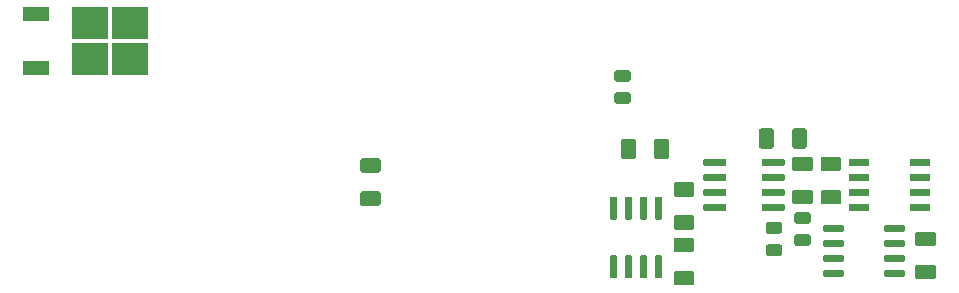
<source format=gbr>
G04 #@! TF.GenerationSoftware,KiCad,Pcbnew,(5.1.5)-3*
G04 #@! TF.CreationDate,2020-07-16T16:27:48-04:00*
G04 #@! TF.ProjectId,AIL_TSAL,41494c5f-5453-4414-9c2e-6b696361645f,rev?*
G04 #@! TF.SameCoordinates,Original*
G04 #@! TF.FileFunction,Paste,Top*
G04 #@! TF.FilePolarity,Positive*
%FSLAX46Y46*%
G04 Gerber Fmt 4.6, Leading zero omitted, Abs format (unit mm)*
G04 Created by KiCad (PCBNEW (5.1.5)-3) date 2020-07-16 16:27:48*
%MOMM*%
%LPD*%
G04 APERTURE LIST*
%ADD10C,0.100000*%
%ADD11R,3.050000X2.750000*%
%ADD12R,2.200000X1.200000*%
G04 APERTURE END LIST*
D10*
G36*
X159357142Y-96795674D02*
G01*
X159380803Y-96799184D01*
X159404007Y-96804996D01*
X159426529Y-96813054D01*
X159448153Y-96823282D01*
X159468670Y-96835579D01*
X159487883Y-96849829D01*
X159505607Y-96865893D01*
X159521671Y-96883617D01*
X159535921Y-96902830D01*
X159548218Y-96923347D01*
X159558446Y-96944971D01*
X159566504Y-96967493D01*
X159572316Y-96990697D01*
X159575826Y-97014358D01*
X159577000Y-97038250D01*
X159577000Y-97525750D01*
X159575826Y-97549642D01*
X159572316Y-97573303D01*
X159566504Y-97596507D01*
X159558446Y-97619029D01*
X159548218Y-97640653D01*
X159535921Y-97661170D01*
X159521671Y-97680383D01*
X159505607Y-97698107D01*
X159487883Y-97714171D01*
X159468670Y-97728421D01*
X159448153Y-97740718D01*
X159426529Y-97750946D01*
X159404007Y-97759004D01*
X159380803Y-97764816D01*
X159357142Y-97768326D01*
X159333250Y-97769500D01*
X158420750Y-97769500D01*
X158396858Y-97768326D01*
X158373197Y-97764816D01*
X158349993Y-97759004D01*
X158327471Y-97750946D01*
X158305847Y-97740718D01*
X158285330Y-97728421D01*
X158266117Y-97714171D01*
X158248393Y-97698107D01*
X158232329Y-97680383D01*
X158218079Y-97661170D01*
X158205782Y-97640653D01*
X158195554Y-97619029D01*
X158187496Y-97596507D01*
X158181684Y-97573303D01*
X158178174Y-97549642D01*
X158177000Y-97525750D01*
X158177000Y-97038250D01*
X158178174Y-97014358D01*
X158181684Y-96990697D01*
X158187496Y-96967493D01*
X158195554Y-96944971D01*
X158205782Y-96923347D01*
X158218079Y-96902830D01*
X158232329Y-96883617D01*
X158248393Y-96865893D01*
X158266117Y-96849829D01*
X158285330Y-96835579D01*
X158305847Y-96823282D01*
X158327471Y-96813054D01*
X158349993Y-96804996D01*
X158373197Y-96799184D01*
X158396858Y-96795674D01*
X158420750Y-96794500D01*
X159333250Y-96794500D01*
X159357142Y-96795674D01*
G37*
G36*
X159357142Y-94920674D02*
G01*
X159380803Y-94924184D01*
X159404007Y-94929996D01*
X159426529Y-94938054D01*
X159448153Y-94948282D01*
X159468670Y-94960579D01*
X159487883Y-94974829D01*
X159505607Y-94990893D01*
X159521671Y-95008617D01*
X159535921Y-95027830D01*
X159548218Y-95048347D01*
X159558446Y-95069971D01*
X159566504Y-95092493D01*
X159572316Y-95115697D01*
X159575826Y-95139358D01*
X159577000Y-95163250D01*
X159577000Y-95650750D01*
X159575826Y-95674642D01*
X159572316Y-95698303D01*
X159566504Y-95721507D01*
X159558446Y-95744029D01*
X159548218Y-95765653D01*
X159535921Y-95786170D01*
X159521671Y-95805383D01*
X159505607Y-95823107D01*
X159487883Y-95839171D01*
X159468670Y-95853421D01*
X159448153Y-95865718D01*
X159426529Y-95875946D01*
X159404007Y-95884004D01*
X159380803Y-95889816D01*
X159357142Y-95893326D01*
X159333250Y-95894500D01*
X158420750Y-95894500D01*
X158396858Y-95893326D01*
X158373197Y-95889816D01*
X158349993Y-95884004D01*
X158327471Y-95875946D01*
X158305847Y-95865718D01*
X158285330Y-95853421D01*
X158266117Y-95839171D01*
X158248393Y-95823107D01*
X158232329Y-95805383D01*
X158218079Y-95786170D01*
X158205782Y-95765653D01*
X158195554Y-95744029D01*
X158187496Y-95721507D01*
X158181684Y-95698303D01*
X158178174Y-95674642D01*
X158177000Y-95650750D01*
X158177000Y-95163250D01*
X158178174Y-95139358D01*
X158181684Y-95115697D01*
X158187496Y-95092493D01*
X158195554Y-95069971D01*
X158205782Y-95048347D01*
X158218079Y-95027830D01*
X158232329Y-95008617D01*
X158248393Y-94990893D01*
X158266117Y-94974829D01*
X158285330Y-94960579D01*
X158305847Y-94948282D01*
X158327471Y-94938054D01*
X158349993Y-94929996D01*
X158373197Y-94924184D01*
X158396858Y-94920674D01*
X158420750Y-94919500D01*
X159333250Y-94919500D01*
X159357142Y-94920674D01*
G37*
G36*
X172184142Y-109671174D02*
G01*
X172207803Y-109674684D01*
X172231007Y-109680496D01*
X172253529Y-109688554D01*
X172275153Y-109698782D01*
X172295670Y-109711079D01*
X172314883Y-109725329D01*
X172332607Y-109741393D01*
X172348671Y-109759117D01*
X172362921Y-109778330D01*
X172375218Y-109798847D01*
X172385446Y-109820471D01*
X172393504Y-109842993D01*
X172399316Y-109866197D01*
X172402826Y-109889858D01*
X172404000Y-109913750D01*
X172404000Y-110401250D01*
X172402826Y-110425142D01*
X172399316Y-110448803D01*
X172393504Y-110472007D01*
X172385446Y-110494529D01*
X172375218Y-110516153D01*
X172362921Y-110536670D01*
X172348671Y-110555883D01*
X172332607Y-110573607D01*
X172314883Y-110589671D01*
X172295670Y-110603921D01*
X172275153Y-110616218D01*
X172253529Y-110626446D01*
X172231007Y-110634504D01*
X172207803Y-110640316D01*
X172184142Y-110643826D01*
X172160250Y-110645000D01*
X171247750Y-110645000D01*
X171223858Y-110643826D01*
X171200197Y-110640316D01*
X171176993Y-110634504D01*
X171154471Y-110626446D01*
X171132847Y-110616218D01*
X171112330Y-110603921D01*
X171093117Y-110589671D01*
X171075393Y-110573607D01*
X171059329Y-110555883D01*
X171045079Y-110536670D01*
X171032782Y-110516153D01*
X171022554Y-110494529D01*
X171014496Y-110472007D01*
X171008684Y-110448803D01*
X171005174Y-110425142D01*
X171004000Y-110401250D01*
X171004000Y-109913750D01*
X171005174Y-109889858D01*
X171008684Y-109866197D01*
X171014496Y-109842993D01*
X171022554Y-109820471D01*
X171032782Y-109798847D01*
X171045079Y-109778330D01*
X171059329Y-109759117D01*
X171075393Y-109741393D01*
X171093117Y-109725329D01*
X171112330Y-109711079D01*
X171132847Y-109698782D01*
X171154471Y-109688554D01*
X171176993Y-109680496D01*
X171200197Y-109674684D01*
X171223858Y-109671174D01*
X171247750Y-109670000D01*
X172160250Y-109670000D01*
X172184142Y-109671174D01*
G37*
G36*
X172184142Y-107796174D02*
G01*
X172207803Y-107799684D01*
X172231007Y-107805496D01*
X172253529Y-107813554D01*
X172275153Y-107823782D01*
X172295670Y-107836079D01*
X172314883Y-107850329D01*
X172332607Y-107866393D01*
X172348671Y-107884117D01*
X172362921Y-107903330D01*
X172375218Y-107923847D01*
X172385446Y-107945471D01*
X172393504Y-107967993D01*
X172399316Y-107991197D01*
X172402826Y-108014858D01*
X172404000Y-108038750D01*
X172404000Y-108526250D01*
X172402826Y-108550142D01*
X172399316Y-108573803D01*
X172393504Y-108597007D01*
X172385446Y-108619529D01*
X172375218Y-108641153D01*
X172362921Y-108661670D01*
X172348671Y-108680883D01*
X172332607Y-108698607D01*
X172314883Y-108714671D01*
X172295670Y-108728921D01*
X172275153Y-108741218D01*
X172253529Y-108751446D01*
X172231007Y-108759504D01*
X172207803Y-108765316D01*
X172184142Y-108768826D01*
X172160250Y-108770000D01*
X171247750Y-108770000D01*
X171223858Y-108768826D01*
X171200197Y-108765316D01*
X171176993Y-108759504D01*
X171154471Y-108751446D01*
X171132847Y-108741218D01*
X171112330Y-108728921D01*
X171093117Y-108714671D01*
X171075393Y-108698607D01*
X171059329Y-108680883D01*
X171045079Y-108661670D01*
X171032782Y-108641153D01*
X171022554Y-108619529D01*
X171014496Y-108597007D01*
X171008684Y-108573803D01*
X171005174Y-108550142D01*
X171004000Y-108526250D01*
X171004000Y-108038750D01*
X171005174Y-108014858D01*
X171008684Y-107991197D01*
X171014496Y-107967993D01*
X171022554Y-107945471D01*
X171032782Y-107923847D01*
X171045079Y-107903330D01*
X171059329Y-107884117D01*
X171075393Y-107866393D01*
X171093117Y-107850329D01*
X171112330Y-107836079D01*
X171132847Y-107823782D01*
X171154471Y-107813554D01*
X171176993Y-107805496D01*
X171200197Y-107799684D01*
X171223858Y-107796174D01*
X171247750Y-107795000D01*
X172160250Y-107795000D01*
X172184142Y-107796174D01*
G37*
G36*
X174597142Y-106955674D02*
G01*
X174620803Y-106959184D01*
X174644007Y-106964996D01*
X174666529Y-106973054D01*
X174688153Y-106983282D01*
X174708670Y-106995579D01*
X174727883Y-107009829D01*
X174745607Y-107025893D01*
X174761671Y-107043617D01*
X174775921Y-107062830D01*
X174788218Y-107083347D01*
X174798446Y-107104971D01*
X174806504Y-107127493D01*
X174812316Y-107150697D01*
X174815826Y-107174358D01*
X174817000Y-107198250D01*
X174817000Y-107685750D01*
X174815826Y-107709642D01*
X174812316Y-107733303D01*
X174806504Y-107756507D01*
X174798446Y-107779029D01*
X174788218Y-107800653D01*
X174775921Y-107821170D01*
X174761671Y-107840383D01*
X174745607Y-107858107D01*
X174727883Y-107874171D01*
X174708670Y-107888421D01*
X174688153Y-107900718D01*
X174666529Y-107910946D01*
X174644007Y-107919004D01*
X174620803Y-107924816D01*
X174597142Y-107928326D01*
X174573250Y-107929500D01*
X173660750Y-107929500D01*
X173636858Y-107928326D01*
X173613197Y-107924816D01*
X173589993Y-107919004D01*
X173567471Y-107910946D01*
X173545847Y-107900718D01*
X173525330Y-107888421D01*
X173506117Y-107874171D01*
X173488393Y-107858107D01*
X173472329Y-107840383D01*
X173458079Y-107821170D01*
X173445782Y-107800653D01*
X173435554Y-107779029D01*
X173427496Y-107756507D01*
X173421684Y-107733303D01*
X173418174Y-107709642D01*
X173417000Y-107685750D01*
X173417000Y-107198250D01*
X173418174Y-107174358D01*
X173421684Y-107150697D01*
X173427496Y-107127493D01*
X173435554Y-107104971D01*
X173445782Y-107083347D01*
X173458079Y-107062830D01*
X173472329Y-107043617D01*
X173488393Y-107025893D01*
X173506117Y-107009829D01*
X173525330Y-106995579D01*
X173545847Y-106983282D01*
X173567471Y-106973054D01*
X173589993Y-106964996D01*
X173613197Y-106959184D01*
X173636858Y-106955674D01*
X173660750Y-106954500D01*
X174573250Y-106954500D01*
X174597142Y-106955674D01*
G37*
G36*
X174597142Y-108830674D02*
G01*
X174620803Y-108834184D01*
X174644007Y-108839996D01*
X174666529Y-108848054D01*
X174688153Y-108858282D01*
X174708670Y-108870579D01*
X174727883Y-108884829D01*
X174745607Y-108900893D01*
X174761671Y-108918617D01*
X174775921Y-108937830D01*
X174788218Y-108958347D01*
X174798446Y-108979971D01*
X174806504Y-109002493D01*
X174812316Y-109025697D01*
X174815826Y-109049358D01*
X174817000Y-109073250D01*
X174817000Y-109560750D01*
X174815826Y-109584642D01*
X174812316Y-109608303D01*
X174806504Y-109631507D01*
X174798446Y-109654029D01*
X174788218Y-109675653D01*
X174775921Y-109696170D01*
X174761671Y-109715383D01*
X174745607Y-109733107D01*
X174727883Y-109749171D01*
X174708670Y-109763421D01*
X174688153Y-109775718D01*
X174666529Y-109785946D01*
X174644007Y-109794004D01*
X174620803Y-109799816D01*
X174597142Y-109803326D01*
X174573250Y-109804500D01*
X173660750Y-109804500D01*
X173636858Y-109803326D01*
X173613197Y-109799816D01*
X173589993Y-109794004D01*
X173567471Y-109785946D01*
X173545847Y-109775718D01*
X173525330Y-109763421D01*
X173506117Y-109749171D01*
X173488393Y-109733107D01*
X173472329Y-109715383D01*
X173458079Y-109696170D01*
X173445782Y-109675653D01*
X173435554Y-109654029D01*
X173427496Y-109631507D01*
X173421684Y-109608303D01*
X173418174Y-109584642D01*
X173417000Y-109560750D01*
X173417000Y-109073250D01*
X173418174Y-109049358D01*
X173421684Y-109025697D01*
X173427496Y-109002493D01*
X173435554Y-108979971D01*
X173445782Y-108958347D01*
X173458079Y-108937830D01*
X173472329Y-108918617D01*
X173488393Y-108900893D01*
X173506117Y-108884829D01*
X173525330Y-108870579D01*
X173545847Y-108858282D01*
X173567471Y-108848054D01*
X173589993Y-108839996D01*
X173613197Y-108834184D01*
X173636858Y-108830674D01*
X173660750Y-108829500D01*
X174573250Y-108829500D01*
X174597142Y-108830674D01*
G37*
G36*
X138190504Y-105167204D02*
G01*
X138214773Y-105170804D01*
X138238571Y-105176765D01*
X138261671Y-105185030D01*
X138283849Y-105195520D01*
X138304893Y-105208133D01*
X138324598Y-105222747D01*
X138342777Y-105239223D01*
X138359253Y-105257402D01*
X138373867Y-105277107D01*
X138386480Y-105298151D01*
X138396970Y-105320329D01*
X138405235Y-105343429D01*
X138411196Y-105367227D01*
X138414796Y-105391496D01*
X138416000Y-105416000D01*
X138416000Y-106166000D01*
X138414796Y-106190504D01*
X138411196Y-106214773D01*
X138405235Y-106238571D01*
X138396970Y-106261671D01*
X138386480Y-106283849D01*
X138373867Y-106304893D01*
X138359253Y-106324598D01*
X138342777Y-106342777D01*
X138324598Y-106359253D01*
X138304893Y-106373867D01*
X138283849Y-106386480D01*
X138261671Y-106396970D01*
X138238571Y-106405235D01*
X138214773Y-106411196D01*
X138190504Y-106414796D01*
X138166000Y-106416000D01*
X136916000Y-106416000D01*
X136891496Y-106414796D01*
X136867227Y-106411196D01*
X136843429Y-106405235D01*
X136820329Y-106396970D01*
X136798151Y-106386480D01*
X136777107Y-106373867D01*
X136757402Y-106359253D01*
X136739223Y-106342777D01*
X136722747Y-106324598D01*
X136708133Y-106304893D01*
X136695520Y-106283849D01*
X136685030Y-106261671D01*
X136676765Y-106238571D01*
X136670804Y-106214773D01*
X136667204Y-106190504D01*
X136666000Y-106166000D01*
X136666000Y-105416000D01*
X136667204Y-105391496D01*
X136670804Y-105367227D01*
X136676765Y-105343429D01*
X136685030Y-105320329D01*
X136695520Y-105298151D01*
X136708133Y-105277107D01*
X136722747Y-105257402D01*
X136739223Y-105239223D01*
X136757402Y-105222747D01*
X136777107Y-105208133D01*
X136798151Y-105195520D01*
X136820329Y-105185030D01*
X136843429Y-105176765D01*
X136867227Y-105170804D01*
X136891496Y-105167204D01*
X136916000Y-105166000D01*
X138166000Y-105166000D01*
X138190504Y-105167204D01*
G37*
G36*
X138190504Y-102367204D02*
G01*
X138214773Y-102370804D01*
X138238571Y-102376765D01*
X138261671Y-102385030D01*
X138283849Y-102395520D01*
X138304893Y-102408133D01*
X138324598Y-102422747D01*
X138342777Y-102439223D01*
X138359253Y-102457402D01*
X138373867Y-102477107D01*
X138386480Y-102498151D01*
X138396970Y-102520329D01*
X138405235Y-102543429D01*
X138411196Y-102567227D01*
X138414796Y-102591496D01*
X138416000Y-102616000D01*
X138416000Y-103366000D01*
X138414796Y-103390504D01*
X138411196Y-103414773D01*
X138405235Y-103438571D01*
X138396970Y-103461671D01*
X138386480Y-103483849D01*
X138373867Y-103504893D01*
X138359253Y-103524598D01*
X138342777Y-103542777D01*
X138324598Y-103559253D01*
X138304893Y-103573867D01*
X138283849Y-103586480D01*
X138261671Y-103596970D01*
X138238571Y-103605235D01*
X138214773Y-103611196D01*
X138190504Y-103614796D01*
X138166000Y-103616000D01*
X136916000Y-103616000D01*
X136891496Y-103614796D01*
X136867227Y-103611196D01*
X136843429Y-103605235D01*
X136820329Y-103596970D01*
X136798151Y-103586480D01*
X136777107Y-103573867D01*
X136757402Y-103559253D01*
X136739223Y-103542777D01*
X136722747Y-103524598D01*
X136708133Y-103504893D01*
X136695520Y-103483849D01*
X136685030Y-103461671D01*
X136676765Y-103438571D01*
X136670804Y-103414773D01*
X136667204Y-103390504D01*
X136666000Y-103366000D01*
X136666000Y-102616000D01*
X136667204Y-102591496D01*
X136670804Y-102567227D01*
X136676765Y-102543429D01*
X136685030Y-102520329D01*
X136695520Y-102498151D01*
X136708133Y-102477107D01*
X136722747Y-102457402D01*
X136739223Y-102439223D01*
X136757402Y-102422747D01*
X136777107Y-102408133D01*
X136798151Y-102395520D01*
X136820329Y-102385030D01*
X136843429Y-102376765D01*
X136867227Y-102370804D01*
X136891496Y-102367204D01*
X136916000Y-102366000D01*
X138166000Y-102366000D01*
X138190504Y-102367204D01*
G37*
G36*
X184797703Y-102443722D02*
G01*
X184812264Y-102445882D01*
X184826543Y-102449459D01*
X184840403Y-102454418D01*
X184853710Y-102460712D01*
X184866336Y-102468280D01*
X184878159Y-102477048D01*
X184889066Y-102486934D01*
X184898952Y-102497841D01*
X184907720Y-102509664D01*
X184915288Y-102522290D01*
X184921582Y-102535597D01*
X184926541Y-102549457D01*
X184930118Y-102563736D01*
X184932278Y-102578297D01*
X184933000Y-102593000D01*
X184933000Y-102893000D01*
X184932278Y-102907703D01*
X184930118Y-102922264D01*
X184926541Y-102936543D01*
X184921582Y-102950403D01*
X184915288Y-102963710D01*
X184907720Y-102976336D01*
X184898952Y-102988159D01*
X184889066Y-102999066D01*
X184878159Y-103008952D01*
X184866336Y-103017720D01*
X184853710Y-103025288D01*
X184840403Y-103031582D01*
X184826543Y-103036541D01*
X184812264Y-103040118D01*
X184797703Y-103042278D01*
X184783000Y-103043000D01*
X183333000Y-103043000D01*
X183318297Y-103042278D01*
X183303736Y-103040118D01*
X183289457Y-103036541D01*
X183275597Y-103031582D01*
X183262290Y-103025288D01*
X183249664Y-103017720D01*
X183237841Y-103008952D01*
X183226934Y-102999066D01*
X183217048Y-102988159D01*
X183208280Y-102976336D01*
X183200712Y-102963710D01*
X183194418Y-102950403D01*
X183189459Y-102936543D01*
X183185882Y-102922264D01*
X183183722Y-102907703D01*
X183183000Y-102893000D01*
X183183000Y-102593000D01*
X183183722Y-102578297D01*
X183185882Y-102563736D01*
X183189459Y-102549457D01*
X183194418Y-102535597D01*
X183200712Y-102522290D01*
X183208280Y-102509664D01*
X183217048Y-102497841D01*
X183226934Y-102486934D01*
X183237841Y-102477048D01*
X183249664Y-102468280D01*
X183262290Y-102460712D01*
X183275597Y-102454418D01*
X183289457Y-102449459D01*
X183303736Y-102445882D01*
X183318297Y-102443722D01*
X183333000Y-102443000D01*
X184783000Y-102443000D01*
X184797703Y-102443722D01*
G37*
G36*
X184797703Y-103713722D02*
G01*
X184812264Y-103715882D01*
X184826543Y-103719459D01*
X184840403Y-103724418D01*
X184853710Y-103730712D01*
X184866336Y-103738280D01*
X184878159Y-103747048D01*
X184889066Y-103756934D01*
X184898952Y-103767841D01*
X184907720Y-103779664D01*
X184915288Y-103792290D01*
X184921582Y-103805597D01*
X184926541Y-103819457D01*
X184930118Y-103833736D01*
X184932278Y-103848297D01*
X184933000Y-103863000D01*
X184933000Y-104163000D01*
X184932278Y-104177703D01*
X184930118Y-104192264D01*
X184926541Y-104206543D01*
X184921582Y-104220403D01*
X184915288Y-104233710D01*
X184907720Y-104246336D01*
X184898952Y-104258159D01*
X184889066Y-104269066D01*
X184878159Y-104278952D01*
X184866336Y-104287720D01*
X184853710Y-104295288D01*
X184840403Y-104301582D01*
X184826543Y-104306541D01*
X184812264Y-104310118D01*
X184797703Y-104312278D01*
X184783000Y-104313000D01*
X183333000Y-104313000D01*
X183318297Y-104312278D01*
X183303736Y-104310118D01*
X183289457Y-104306541D01*
X183275597Y-104301582D01*
X183262290Y-104295288D01*
X183249664Y-104287720D01*
X183237841Y-104278952D01*
X183226934Y-104269066D01*
X183217048Y-104258159D01*
X183208280Y-104246336D01*
X183200712Y-104233710D01*
X183194418Y-104220403D01*
X183189459Y-104206543D01*
X183185882Y-104192264D01*
X183183722Y-104177703D01*
X183183000Y-104163000D01*
X183183000Y-103863000D01*
X183183722Y-103848297D01*
X183185882Y-103833736D01*
X183189459Y-103819457D01*
X183194418Y-103805597D01*
X183200712Y-103792290D01*
X183208280Y-103779664D01*
X183217048Y-103767841D01*
X183226934Y-103756934D01*
X183237841Y-103747048D01*
X183249664Y-103738280D01*
X183262290Y-103730712D01*
X183275597Y-103724418D01*
X183289457Y-103719459D01*
X183303736Y-103715882D01*
X183318297Y-103713722D01*
X183333000Y-103713000D01*
X184783000Y-103713000D01*
X184797703Y-103713722D01*
G37*
G36*
X184797703Y-104983722D02*
G01*
X184812264Y-104985882D01*
X184826543Y-104989459D01*
X184840403Y-104994418D01*
X184853710Y-105000712D01*
X184866336Y-105008280D01*
X184878159Y-105017048D01*
X184889066Y-105026934D01*
X184898952Y-105037841D01*
X184907720Y-105049664D01*
X184915288Y-105062290D01*
X184921582Y-105075597D01*
X184926541Y-105089457D01*
X184930118Y-105103736D01*
X184932278Y-105118297D01*
X184933000Y-105133000D01*
X184933000Y-105433000D01*
X184932278Y-105447703D01*
X184930118Y-105462264D01*
X184926541Y-105476543D01*
X184921582Y-105490403D01*
X184915288Y-105503710D01*
X184907720Y-105516336D01*
X184898952Y-105528159D01*
X184889066Y-105539066D01*
X184878159Y-105548952D01*
X184866336Y-105557720D01*
X184853710Y-105565288D01*
X184840403Y-105571582D01*
X184826543Y-105576541D01*
X184812264Y-105580118D01*
X184797703Y-105582278D01*
X184783000Y-105583000D01*
X183333000Y-105583000D01*
X183318297Y-105582278D01*
X183303736Y-105580118D01*
X183289457Y-105576541D01*
X183275597Y-105571582D01*
X183262290Y-105565288D01*
X183249664Y-105557720D01*
X183237841Y-105548952D01*
X183226934Y-105539066D01*
X183217048Y-105528159D01*
X183208280Y-105516336D01*
X183200712Y-105503710D01*
X183194418Y-105490403D01*
X183189459Y-105476543D01*
X183185882Y-105462264D01*
X183183722Y-105447703D01*
X183183000Y-105433000D01*
X183183000Y-105133000D01*
X183183722Y-105118297D01*
X183185882Y-105103736D01*
X183189459Y-105089457D01*
X183194418Y-105075597D01*
X183200712Y-105062290D01*
X183208280Y-105049664D01*
X183217048Y-105037841D01*
X183226934Y-105026934D01*
X183237841Y-105017048D01*
X183249664Y-105008280D01*
X183262290Y-105000712D01*
X183275597Y-104994418D01*
X183289457Y-104989459D01*
X183303736Y-104985882D01*
X183318297Y-104983722D01*
X183333000Y-104983000D01*
X184783000Y-104983000D01*
X184797703Y-104983722D01*
G37*
G36*
X184797703Y-106253722D02*
G01*
X184812264Y-106255882D01*
X184826543Y-106259459D01*
X184840403Y-106264418D01*
X184853710Y-106270712D01*
X184866336Y-106278280D01*
X184878159Y-106287048D01*
X184889066Y-106296934D01*
X184898952Y-106307841D01*
X184907720Y-106319664D01*
X184915288Y-106332290D01*
X184921582Y-106345597D01*
X184926541Y-106359457D01*
X184930118Y-106373736D01*
X184932278Y-106388297D01*
X184933000Y-106403000D01*
X184933000Y-106703000D01*
X184932278Y-106717703D01*
X184930118Y-106732264D01*
X184926541Y-106746543D01*
X184921582Y-106760403D01*
X184915288Y-106773710D01*
X184907720Y-106786336D01*
X184898952Y-106798159D01*
X184889066Y-106809066D01*
X184878159Y-106818952D01*
X184866336Y-106827720D01*
X184853710Y-106835288D01*
X184840403Y-106841582D01*
X184826543Y-106846541D01*
X184812264Y-106850118D01*
X184797703Y-106852278D01*
X184783000Y-106853000D01*
X183333000Y-106853000D01*
X183318297Y-106852278D01*
X183303736Y-106850118D01*
X183289457Y-106846541D01*
X183275597Y-106841582D01*
X183262290Y-106835288D01*
X183249664Y-106827720D01*
X183237841Y-106818952D01*
X183226934Y-106809066D01*
X183217048Y-106798159D01*
X183208280Y-106786336D01*
X183200712Y-106773710D01*
X183194418Y-106760403D01*
X183189459Y-106746543D01*
X183185882Y-106732264D01*
X183183722Y-106717703D01*
X183183000Y-106703000D01*
X183183000Y-106403000D01*
X183183722Y-106388297D01*
X183185882Y-106373736D01*
X183189459Y-106359457D01*
X183194418Y-106345597D01*
X183200712Y-106332290D01*
X183208280Y-106319664D01*
X183217048Y-106307841D01*
X183226934Y-106296934D01*
X183237841Y-106287048D01*
X183249664Y-106278280D01*
X183262290Y-106270712D01*
X183275597Y-106264418D01*
X183289457Y-106259459D01*
X183303736Y-106255882D01*
X183318297Y-106253722D01*
X183333000Y-106253000D01*
X184783000Y-106253000D01*
X184797703Y-106253722D01*
G37*
G36*
X179647703Y-106253722D02*
G01*
X179662264Y-106255882D01*
X179676543Y-106259459D01*
X179690403Y-106264418D01*
X179703710Y-106270712D01*
X179716336Y-106278280D01*
X179728159Y-106287048D01*
X179739066Y-106296934D01*
X179748952Y-106307841D01*
X179757720Y-106319664D01*
X179765288Y-106332290D01*
X179771582Y-106345597D01*
X179776541Y-106359457D01*
X179780118Y-106373736D01*
X179782278Y-106388297D01*
X179783000Y-106403000D01*
X179783000Y-106703000D01*
X179782278Y-106717703D01*
X179780118Y-106732264D01*
X179776541Y-106746543D01*
X179771582Y-106760403D01*
X179765288Y-106773710D01*
X179757720Y-106786336D01*
X179748952Y-106798159D01*
X179739066Y-106809066D01*
X179728159Y-106818952D01*
X179716336Y-106827720D01*
X179703710Y-106835288D01*
X179690403Y-106841582D01*
X179676543Y-106846541D01*
X179662264Y-106850118D01*
X179647703Y-106852278D01*
X179633000Y-106853000D01*
X178183000Y-106853000D01*
X178168297Y-106852278D01*
X178153736Y-106850118D01*
X178139457Y-106846541D01*
X178125597Y-106841582D01*
X178112290Y-106835288D01*
X178099664Y-106827720D01*
X178087841Y-106818952D01*
X178076934Y-106809066D01*
X178067048Y-106798159D01*
X178058280Y-106786336D01*
X178050712Y-106773710D01*
X178044418Y-106760403D01*
X178039459Y-106746543D01*
X178035882Y-106732264D01*
X178033722Y-106717703D01*
X178033000Y-106703000D01*
X178033000Y-106403000D01*
X178033722Y-106388297D01*
X178035882Y-106373736D01*
X178039459Y-106359457D01*
X178044418Y-106345597D01*
X178050712Y-106332290D01*
X178058280Y-106319664D01*
X178067048Y-106307841D01*
X178076934Y-106296934D01*
X178087841Y-106287048D01*
X178099664Y-106278280D01*
X178112290Y-106270712D01*
X178125597Y-106264418D01*
X178139457Y-106259459D01*
X178153736Y-106255882D01*
X178168297Y-106253722D01*
X178183000Y-106253000D01*
X179633000Y-106253000D01*
X179647703Y-106253722D01*
G37*
G36*
X179647703Y-104983722D02*
G01*
X179662264Y-104985882D01*
X179676543Y-104989459D01*
X179690403Y-104994418D01*
X179703710Y-105000712D01*
X179716336Y-105008280D01*
X179728159Y-105017048D01*
X179739066Y-105026934D01*
X179748952Y-105037841D01*
X179757720Y-105049664D01*
X179765288Y-105062290D01*
X179771582Y-105075597D01*
X179776541Y-105089457D01*
X179780118Y-105103736D01*
X179782278Y-105118297D01*
X179783000Y-105133000D01*
X179783000Y-105433000D01*
X179782278Y-105447703D01*
X179780118Y-105462264D01*
X179776541Y-105476543D01*
X179771582Y-105490403D01*
X179765288Y-105503710D01*
X179757720Y-105516336D01*
X179748952Y-105528159D01*
X179739066Y-105539066D01*
X179728159Y-105548952D01*
X179716336Y-105557720D01*
X179703710Y-105565288D01*
X179690403Y-105571582D01*
X179676543Y-105576541D01*
X179662264Y-105580118D01*
X179647703Y-105582278D01*
X179633000Y-105583000D01*
X178183000Y-105583000D01*
X178168297Y-105582278D01*
X178153736Y-105580118D01*
X178139457Y-105576541D01*
X178125597Y-105571582D01*
X178112290Y-105565288D01*
X178099664Y-105557720D01*
X178087841Y-105548952D01*
X178076934Y-105539066D01*
X178067048Y-105528159D01*
X178058280Y-105516336D01*
X178050712Y-105503710D01*
X178044418Y-105490403D01*
X178039459Y-105476543D01*
X178035882Y-105462264D01*
X178033722Y-105447703D01*
X178033000Y-105433000D01*
X178033000Y-105133000D01*
X178033722Y-105118297D01*
X178035882Y-105103736D01*
X178039459Y-105089457D01*
X178044418Y-105075597D01*
X178050712Y-105062290D01*
X178058280Y-105049664D01*
X178067048Y-105037841D01*
X178076934Y-105026934D01*
X178087841Y-105017048D01*
X178099664Y-105008280D01*
X178112290Y-105000712D01*
X178125597Y-104994418D01*
X178139457Y-104989459D01*
X178153736Y-104985882D01*
X178168297Y-104983722D01*
X178183000Y-104983000D01*
X179633000Y-104983000D01*
X179647703Y-104983722D01*
G37*
G36*
X179647703Y-103713722D02*
G01*
X179662264Y-103715882D01*
X179676543Y-103719459D01*
X179690403Y-103724418D01*
X179703710Y-103730712D01*
X179716336Y-103738280D01*
X179728159Y-103747048D01*
X179739066Y-103756934D01*
X179748952Y-103767841D01*
X179757720Y-103779664D01*
X179765288Y-103792290D01*
X179771582Y-103805597D01*
X179776541Y-103819457D01*
X179780118Y-103833736D01*
X179782278Y-103848297D01*
X179783000Y-103863000D01*
X179783000Y-104163000D01*
X179782278Y-104177703D01*
X179780118Y-104192264D01*
X179776541Y-104206543D01*
X179771582Y-104220403D01*
X179765288Y-104233710D01*
X179757720Y-104246336D01*
X179748952Y-104258159D01*
X179739066Y-104269066D01*
X179728159Y-104278952D01*
X179716336Y-104287720D01*
X179703710Y-104295288D01*
X179690403Y-104301582D01*
X179676543Y-104306541D01*
X179662264Y-104310118D01*
X179647703Y-104312278D01*
X179633000Y-104313000D01*
X178183000Y-104313000D01*
X178168297Y-104312278D01*
X178153736Y-104310118D01*
X178139457Y-104306541D01*
X178125597Y-104301582D01*
X178112290Y-104295288D01*
X178099664Y-104287720D01*
X178087841Y-104278952D01*
X178076934Y-104269066D01*
X178067048Y-104258159D01*
X178058280Y-104246336D01*
X178050712Y-104233710D01*
X178044418Y-104220403D01*
X178039459Y-104206543D01*
X178035882Y-104192264D01*
X178033722Y-104177703D01*
X178033000Y-104163000D01*
X178033000Y-103863000D01*
X178033722Y-103848297D01*
X178035882Y-103833736D01*
X178039459Y-103819457D01*
X178044418Y-103805597D01*
X178050712Y-103792290D01*
X178058280Y-103779664D01*
X178067048Y-103767841D01*
X178076934Y-103756934D01*
X178087841Y-103747048D01*
X178099664Y-103738280D01*
X178112290Y-103730712D01*
X178125597Y-103724418D01*
X178139457Y-103719459D01*
X178153736Y-103715882D01*
X178168297Y-103713722D01*
X178183000Y-103713000D01*
X179633000Y-103713000D01*
X179647703Y-103713722D01*
G37*
G36*
X179647703Y-102443722D02*
G01*
X179662264Y-102445882D01*
X179676543Y-102449459D01*
X179690403Y-102454418D01*
X179703710Y-102460712D01*
X179716336Y-102468280D01*
X179728159Y-102477048D01*
X179739066Y-102486934D01*
X179748952Y-102497841D01*
X179757720Y-102509664D01*
X179765288Y-102522290D01*
X179771582Y-102535597D01*
X179776541Y-102549457D01*
X179780118Y-102563736D01*
X179782278Y-102578297D01*
X179783000Y-102593000D01*
X179783000Y-102893000D01*
X179782278Y-102907703D01*
X179780118Y-102922264D01*
X179776541Y-102936543D01*
X179771582Y-102950403D01*
X179765288Y-102963710D01*
X179757720Y-102976336D01*
X179748952Y-102988159D01*
X179739066Y-102999066D01*
X179728159Y-103008952D01*
X179716336Y-103017720D01*
X179703710Y-103025288D01*
X179690403Y-103031582D01*
X179676543Y-103036541D01*
X179662264Y-103040118D01*
X179647703Y-103042278D01*
X179633000Y-103043000D01*
X178183000Y-103043000D01*
X178168297Y-103042278D01*
X178153736Y-103040118D01*
X178139457Y-103036541D01*
X178125597Y-103031582D01*
X178112290Y-103025288D01*
X178099664Y-103017720D01*
X178087841Y-103008952D01*
X178076934Y-102999066D01*
X178067048Y-102988159D01*
X178058280Y-102976336D01*
X178050712Y-102963710D01*
X178044418Y-102950403D01*
X178039459Y-102936543D01*
X178035882Y-102922264D01*
X178033722Y-102907703D01*
X178033000Y-102893000D01*
X178033000Y-102593000D01*
X178033722Y-102578297D01*
X178035882Y-102563736D01*
X178039459Y-102549457D01*
X178044418Y-102535597D01*
X178050712Y-102522290D01*
X178058280Y-102509664D01*
X178067048Y-102497841D01*
X178076934Y-102486934D01*
X178087841Y-102477048D01*
X178099664Y-102468280D01*
X178112290Y-102460712D01*
X178125597Y-102454418D01*
X178139457Y-102449459D01*
X178153736Y-102445882D01*
X178168297Y-102443722D01*
X178183000Y-102443000D01*
X179633000Y-102443000D01*
X179647703Y-102443722D01*
G37*
G36*
X177488703Y-108031722D02*
G01*
X177503264Y-108033882D01*
X177517543Y-108037459D01*
X177531403Y-108042418D01*
X177544710Y-108048712D01*
X177557336Y-108056280D01*
X177569159Y-108065048D01*
X177580066Y-108074934D01*
X177589952Y-108085841D01*
X177598720Y-108097664D01*
X177606288Y-108110290D01*
X177612582Y-108123597D01*
X177617541Y-108137457D01*
X177621118Y-108151736D01*
X177623278Y-108166297D01*
X177624000Y-108181000D01*
X177624000Y-108481000D01*
X177623278Y-108495703D01*
X177621118Y-108510264D01*
X177617541Y-108524543D01*
X177612582Y-108538403D01*
X177606288Y-108551710D01*
X177598720Y-108564336D01*
X177589952Y-108576159D01*
X177580066Y-108587066D01*
X177569159Y-108596952D01*
X177557336Y-108605720D01*
X177544710Y-108613288D01*
X177531403Y-108619582D01*
X177517543Y-108624541D01*
X177503264Y-108628118D01*
X177488703Y-108630278D01*
X177474000Y-108631000D01*
X176024000Y-108631000D01*
X176009297Y-108630278D01*
X175994736Y-108628118D01*
X175980457Y-108624541D01*
X175966597Y-108619582D01*
X175953290Y-108613288D01*
X175940664Y-108605720D01*
X175928841Y-108596952D01*
X175917934Y-108587066D01*
X175908048Y-108576159D01*
X175899280Y-108564336D01*
X175891712Y-108551710D01*
X175885418Y-108538403D01*
X175880459Y-108524543D01*
X175876882Y-108510264D01*
X175874722Y-108495703D01*
X175874000Y-108481000D01*
X175874000Y-108181000D01*
X175874722Y-108166297D01*
X175876882Y-108151736D01*
X175880459Y-108137457D01*
X175885418Y-108123597D01*
X175891712Y-108110290D01*
X175899280Y-108097664D01*
X175908048Y-108085841D01*
X175917934Y-108074934D01*
X175928841Y-108065048D01*
X175940664Y-108056280D01*
X175953290Y-108048712D01*
X175966597Y-108042418D01*
X175980457Y-108037459D01*
X175994736Y-108033882D01*
X176009297Y-108031722D01*
X176024000Y-108031000D01*
X177474000Y-108031000D01*
X177488703Y-108031722D01*
G37*
G36*
X177488703Y-109301722D02*
G01*
X177503264Y-109303882D01*
X177517543Y-109307459D01*
X177531403Y-109312418D01*
X177544710Y-109318712D01*
X177557336Y-109326280D01*
X177569159Y-109335048D01*
X177580066Y-109344934D01*
X177589952Y-109355841D01*
X177598720Y-109367664D01*
X177606288Y-109380290D01*
X177612582Y-109393597D01*
X177617541Y-109407457D01*
X177621118Y-109421736D01*
X177623278Y-109436297D01*
X177624000Y-109451000D01*
X177624000Y-109751000D01*
X177623278Y-109765703D01*
X177621118Y-109780264D01*
X177617541Y-109794543D01*
X177612582Y-109808403D01*
X177606288Y-109821710D01*
X177598720Y-109834336D01*
X177589952Y-109846159D01*
X177580066Y-109857066D01*
X177569159Y-109866952D01*
X177557336Y-109875720D01*
X177544710Y-109883288D01*
X177531403Y-109889582D01*
X177517543Y-109894541D01*
X177503264Y-109898118D01*
X177488703Y-109900278D01*
X177474000Y-109901000D01*
X176024000Y-109901000D01*
X176009297Y-109900278D01*
X175994736Y-109898118D01*
X175980457Y-109894541D01*
X175966597Y-109889582D01*
X175953290Y-109883288D01*
X175940664Y-109875720D01*
X175928841Y-109866952D01*
X175917934Y-109857066D01*
X175908048Y-109846159D01*
X175899280Y-109834336D01*
X175891712Y-109821710D01*
X175885418Y-109808403D01*
X175880459Y-109794543D01*
X175876882Y-109780264D01*
X175874722Y-109765703D01*
X175874000Y-109751000D01*
X175874000Y-109451000D01*
X175874722Y-109436297D01*
X175876882Y-109421736D01*
X175880459Y-109407457D01*
X175885418Y-109393597D01*
X175891712Y-109380290D01*
X175899280Y-109367664D01*
X175908048Y-109355841D01*
X175917934Y-109344934D01*
X175928841Y-109335048D01*
X175940664Y-109326280D01*
X175953290Y-109318712D01*
X175966597Y-109312418D01*
X175980457Y-109307459D01*
X175994736Y-109303882D01*
X176009297Y-109301722D01*
X176024000Y-109301000D01*
X177474000Y-109301000D01*
X177488703Y-109301722D01*
G37*
G36*
X177488703Y-110571722D02*
G01*
X177503264Y-110573882D01*
X177517543Y-110577459D01*
X177531403Y-110582418D01*
X177544710Y-110588712D01*
X177557336Y-110596280D01*
X177569159Y-110605048D01*
X177580066Y-110614934D01*
X177589952Y-110625841D01*
X177598720Y-110637664D01*
X177606288Y-110650290D01*
X177612582Y-110663597D01*
X177617541Y-110677457D01*
X177621118Y-110691736D01*
X177623278Y-110706297D01*
X177624000Y-110721000D01*
X177624000Y-111021000D01*
X177623278Y-111035703D01*
X177621118Y-111050264D01*
X177617541Y-111064543D01*
X177612582Y-111078403D01*
X177606288Y-111091710D01*
X177598720Y-111104336D01*
X177589952Y-111116159D01*
X177580066Y-111127066D01*
X177569159Y-111136952D01*
X177557336Y-111145720D01*
X177544710Y-111153288D01*
X177531403Y-111159582D01*
X177517543Y-111164541D01*
X177503264Y-111168118D01*
X177488703Y-111170278D01*
X177474000Y-111171000D01*
X176024000Y-111171000D01*
X176009297Y-111170278D01*
X175994736Y-111168118D01*
X175980457Y-111164541D01*
X175966597Y-111159582D01*
X175953290Y-111153288D01*
X175940664Y-111145720D01*
X175928841Y-111136952D01*
X175917934Y-111127066D01*
X175908048Y-111116159D01*
X175899280Y-111104336D01*
X175891712Y-111091710D01*
X175885418Y-111078403D01*
X175880459Y-111064543D01*
X175876882Y-111050264D01*
X175874722Y-111035703D01*
X175874000Y-111021000D01*
X175874000Y-110721000D01*
X175874722Y-110706297D01*
X175876882Y-110691736D01*
X175880459Y-110677457D01*
X175885418Y-110663597D01*
X175891712Y-110650290D01*
X175899280Y-110637664D01*
X175908048Y-110625841D01*
X175917934Y-110614934D01*
X175928841Y-110605048D01*
X175940664Y-110596280D01*
X175953290Y-110588712D01*
X175966597Y-110582418D01*
X175980457Y-110577459D01*
X175994736Y-110573882D01*
X176009297Y-110571722D01*
X176024000Y-110571000D01*
X177474000Y-110571000D01*
X177488703Y-110571722D01*
G37*
G36*
X177488703Y-111841722D02*
G01*
X177503264Y-111843882D01*
X177517543Y-111847459D01*
X177531403Y-111852418D01*
X177544710Y-111858712D01*
X177557336Y-111866280D01*
X177569159Y-111875048D01*
X177580066Y-111884934D01*
X177589952Y-111895841D01*
X177598720Y-111907664D01*
X177606288Y-111920290D01*
X177612582Y-111933597D01*
X177617541Y-111947457D01*
X177621118Y-111961736D01*
X177623278Y-111976297D01*
X177624000Y-111991000D01*
X177624000Y-112291000D01*
X177623278Y-112305703D01*
X177621118Y-112320264D01*
X177617541Y-112334543D01*
X177612582Y-112348403D01*
X177606288Y-112361710D01*
X177598720Y-112374336D01*
X177589952Y-112386159D01*
X177580066Y-112397066D01*
X177569159Y-112406952D01*
X177557336Y-112415720D01*
X177544710Y-112423288D01*
X177531403Y-112429582D01*
X177517543Y-112434541D01*
X177503264Y-112438118D01*
X177488703Y-112440278D01*
X177474000Y-112441000D01*
X176024000Y-112441000D01*
X176009297Y-112440278D01*
X175994736Y-112438118D01*
X175980457Y-112434541D01*
X175966597Y-112429582D01*
X175953290Y-112423288D01*
X175940664Y-112415720D01*
X175928841Y-112406952D01*
X175917934Y-112397066D01*
X175908048Y-112386159D01*
X175899280Y-112374336D01*
X175891712Y-112361710D01*
X175885418Y-112348403D01*
X175880459Y-112334543D01*
X175876882Y-112320264D01*
X175874722Y-112305703D01*
X175874000Y-112291000D01*
X175874000Y-111991000D01*
X175874722Y-111976297D01*
X175876882Y-111961736D01*
X175880459Y-111947457D01*
X175885418Y-111933597D01*
X175891712Y-111920290D01*
X175899280Y-111907664D01*
X175908048Y-111895841D01*
X175917934Y-111884934D01*
X175928841Y-111875048D01*
X175940664Y-111866280D01*
X175953290Y-111858712D01*
X175966597Y-111852418D01*
X175980457Y-111847459D01*
X175994736Y-111843882D01*
X176009297Y-111841722D01*
X176024000Y-111841000D01*
X177474000Y-111841000D01*
X177488703Y-111841722D01*
G37*
G36*
X182638703Y-111841722D02*
G01*
X182653264Y-111843882D01*
X182667543Y-111847459D01*
X182681403Y-111852418D01*
X182694710Y-111858712D01*
X182707336Y-111866280D01*
X182719159Y-111875048D01*
X182730066Y-111884934D01*
X182739952Y-111895841D01*
X182748720Y-111907664D01*
X182756288Y-111920290D01*
X182762582Y-111933597D01*
X182767541Y-111947457D01*
X182771118Y-111961736D01*
X182773278Y-111976297D01*
X182774000Y-111991000D01*
X182774000Y-112291000D01*
X182773278Y-112305703D01*
X182771118Y-112320264D01*
X182767541Y-112334543D01*
X182762582Y-112348403D01*
X182756288Y-112361710D01*
X182748720Y-112374336D01*
X182739952Y-112386159D01*
X182730066Y-112397066D01*
X182719159Y-112406952D01*
X182707336Y-112415720D01*
X182694710Y-112423288D01*
X182681403Y-112429582D01*
X182667543Y-112434541D01*
X182653264Y-112438118D01*
X182638703Y-112440278D01*
X182624000Y-112441000D01*
X181174000Y-112441000D01*
X181159297Y-112440278D01*
X181144736Y-112438118D01*
X181130457Y-112434541D01*
X181116597Y-112429582D01*
X181103290Y-112423288D01*
X181090664Y-112415720D01*
X181078841Y-112406952D01*
X181067934Y-112397066D01*
X181058048Y-112386159D01*
X181049280Y-112374336D01*
X181041712Y-112361710D01*
X181035418Y-112348403D01*
X181030459Y-112334543D01*
X181026882Y-112320264D01*
X181024722Y-112305703D01*
X181024000Y-112291000D01*
X181024000Y-111991000D01*
X181024722Y-111976297D01*
X181026882Y-111961736D01*
X181030459Y-111947457D01*
X181035418Y-111933597D01*
X181041712Y-111920290D01*
X181049280Y-111907664D01*
X181058048Y-111895841D01*
X181067934Y-111884934D01*
X181078841Y-111875048D01*
X181090664Y-111866280D01*
X181103290Y-111858712D01*
X181116597Y-111852418D01*
X181130457Y-111847459D01*
X181144736Y-111843882D01*
X181159297Y-111841722D01*
X181174000Y-111841000D01*
X182624000Y-111841000D01*
X182638703Y-111841722D01*
G37*
G36*
X182638703Y-110571722D02*
G01*
X182653264Y-110573882D01*
X182667543Y-110577459D01*
X182681403Y-110582418D01*
X182694710Y-110588712D01*
X182707336Y-110596280D01*
X182719159Y-110605048D01*
X182730066Y-110614934D01*
X182739952Y-110625841D01*
X182748720Y-110637664D01*
X182756288Y-110650290D01*
X182762582Y-110663597D01*
X182767541Y-110677457D01*
X182771118Y-110691736D01*
X182773278Y-110706297D01*
X182774000Y-110721000D01*
X182774000Y-111021000D01*
X182773278Y-111035703D01*
X182771118Y-111050264D01*
X182767541Y-111064543D01*
X182762582Y-111078403D01*
X182756288Y-111091710D01*
X182748720Y-111104336D01*
X182739952Y-111116159D01*
X182730066Y-111127066D01*
X182719159Y-111136952D01*
X182707336Y-111145720D01*
X182694710Y-111153288D01*
X182681403Y-111159582D01*
X182667543Y-111164541D01*
X182653264Y-111168118D01*
X182638703Y-111170278D01*
X182624000Y-111171000D01*
X181174000Y-111171000D01*
X181159297Y-111170278D01*
X181144736Y-111168118D01*
X181130457Y-111164541D01*
X181116597Y-111159582D01*
X181103290Y-111153288D01*
X181090664Y-111145720D01*
X181078841Y-111136952D01*
X181067934Y-111127066D01*
X181058048Y-111116159D01*
X181049280Y-111104336D01*
X181041712Y-111091710D01*
X181035418Y-111078403D01*
X181030459Y-111064543D01*
X181026882Y-111050264D01*
X181024722Y-111035703D01*
X181024000Y-111021000D01*
X181024000Y-110721000D01*
X181024722Y-110706297D01*
X181026882Y-110691736D01*
X181030459Y-110677457D01*
X181035418Y-110663597D01*
X181041712Y-110650290D01*
X181049280Y-110637664D01*
X181058048Y-110625841D01*
X181067934Y-110614934D01*
X181078841Y-110605048D01*
X181090664Y-110596280D01*
X181103290Y-110588712D01*
X181116597Y-110582418D01*
X181130457Y-110577459D01*
X181144736Y-110573882D01*
X181159297Y-110571722D01*
X181174000Y-110571000D01*
X182624000Y-110571000D01*
X182638703Y-110571722D01*
G37*
G36*
X182638703Y-109301722D02*
G01*
X182653264Y-109303882D01*
X182667543Y-109307459D01*
X182681403Y-109312418D01*
X182694710Y-109318712D01*
X182707336Y-109326280D01*
X182719159Y-109335048D01*
X182730066Y-109344934D01*
X182739952Y-109355841D01*
X182748720Y-109367664D01*
X182756288Y-109380290D01*
X182762582Y-109393597D01*
X182767541Y-109407457D01*
X182771118Y-109421736D01*
X182773278Y-109436297D01*
X182774000Y-109451000D01*
X182774000Y-109751000D01*
X182773278Y-109765703D01*
X182771118Y-109780264D01*
X182767541Y-109794543D01*
X182762582Y-109808403D01*
X182756288Y-109821710D01*
X182748720Y-109834336D01*
X182739952Y-109846159D01*
X182730066Y-109857066D01*
X182719159Y-109866952D01*
X182707336Y-109875720D01*
X182694710Y-109883288D01*
X182681403Y-109889582D01*
X182667543Y-109894541D01*
X182653264Y-109898118D01*
X182638703Y-109900278D01*
X182624000Y-109901000D01*
X181174000Y-109901000D01*
X181159297Y-109900278D01*
X181144736Y-109898118D01*
X181130457Y-109894541D01*
X181116597Y-109889582D01*
X181103290Y-109883288D01*
X181090664Y-109875720D01*
X181078841Y-109866952D01*
X181067934Y-109857066D01*
X181058048Y-109846159D01*
X181049280Y-109834336D01*
X181041712Y-109821710D01*
X181035418Y-109808403D01*
X181030459Y-109794543D01*
X181026882Y-109780264D01*
X181024722Y-109765703D01*
X181024000Y-109751000D01*
X181024000Y-109451000D01*
X181024722Y-109436297D01*
X181026882Y-109421736D01*
X181030459Y-109407457D01*
X181035418Y-109393597D01*
X181041712Y-109380290D01*
X181049280Y-109367664D01*
X181058048Y-109355841D01*
X181067934Y-109344934D01*
X181078841Y-109335048D01*
X181090664Y-109326280D01*
X181103290Y-109318712D01*
X181116597Y-109312418D01*
X181130457Y-109307459D01*
X181144736Y-109303882D01*
X181159297Y-109301722D01*
X181174000Y-109301000D01*
X182624000Y-109301000D01*
X182638703Y-109301722D01*
G37*
G36*
X182638703Y-108031722D02*
G01*
X182653264Y-108033882D01*
X182667543Y-108037459D01*
X182681403Y-108042418D01*
X182694710Y-108048712D01*
X182707336Y-108056280D01*
X182719159Y-108065048D01*
X182730066Y-108074934D01*
X182739952Y-108085841D01*
X182748720Y-108097664D01*
X182756288Y-108110290D01*
X182762582Y-108123597D01*
X182767541Y-108137457D01*
X182771118Y-108151736D01*
X182773278Y-108166297D01*
X182774000Y-108181000D01*
X182774000Y-108481000D01*
X182773278Y-108495703D01*
X182771118Y-108510264D01*
X182767541Y-108524543D01*
X182762582Y-108538403D01*
X182756288Y-108551710D01*
X182748720Y-108564336D01*
X182739952Y-108576159D01*
X182730066Y-108587066D01*
X182719159Y-108596952D01*
X182707336Y-108605720D01*
X182694710Y-108613288D01*
X182681403Y-108619582D01*
X182667543Y-108624541D01*
X182653264Y-108628118D01*
X182638703Y-108630278D01*
X182624000Y-108631000D01*
X181174000Y-108631000D01*
X181159297Y-108630278D01*
X181144736Y-108628118D01*
X181130457Y-108624541D01*
X181116597Y-108619582D01*
X181103290Y-108613288D01*
X181090664Y-108605720D01*
X181078841Y-108596952D01*
X181067934Y-108587066D01*
X181058048Y-108576159D01*
X181049280Y-108564336D01*
X181041712Y-108551710D01*
X181035418Y-108538403D01*
X181030459Y-108524543D01*
X181026882Y-108510264D01*
X181024722Y-108495703D01*
X181024000Y-108481000D01*
X181024000Y-108181000D01*
X181024722Y-108166297D01*
X181026882Y-108151736D01*
X181030459Y-108137457D01*
X181035418Y-108123597D01*
X181041712Y-108110290D01*
X181049280Y-108097664D01*
X181058048Y-108085841D01*
X181067934Y-108074934D01*
X181078841Y-108065048D01*
X181090664Y-108056280D01*
X181103290Y-108048712D01*
X181116597Y-108042418D01*
X181130457Y-108037459D01*
X181144736Y-108033882D01*
X181159297Y-108031722D01*
X181174000Y-108031000D01*
X182624000Y-108031000D01*
X182638703Y-108031722D01*
G37*
G36*
X164733504Y-111904204D02*
G01*
X164757773Y-111907804D01*
X164781571Y-111913765D01*
X164804671Y-111922030D01*
X164826849Y-111932520D01*
X164847893Y-111945133D01*
X164867598Y-111959747D01*
X164885777Y-111976223D01*
X164902253Y-111994402D01*
X164916867Y-112014107D01*
X164929480Y-112035151D01*
X164939970Y-112057329D01*
X164948235Y-112080429D01*
X164954196Y-112104227D01*
X164957796Y-112128496D01*
X164959000Y-112153000D01*
X164959000Y-112903000D01*
X164957796Y-112927504D01*
X164954196Y-112951773D01*
X164948235Y-112975571D01*
X164939970Y-112998671D01*
X164929480Y-113020849D01*
X164916867Y-113041893D01*
X164902253Y-113061598D01*
X164885777Y-113079777D01*
X164867598Y-113096253D01*
X164847893Y-113110867D01*
X164826849Y-113123480D01*
X164804671Y-113133970D01*
X164781571Y-113142235D01*
X164757773Y-113148196D01*
X164733504Y-113151796D01*
X164709000Y-113153000D01*
X163459000Y-113153000D01*
X163434496Y-113151796D01*
X163410227Y-113148196D01*
X163386429Y-113142235D01*
X163363329Y-113133970D01*
X163341151Y-113123480D01*
X163320107Y-113110867D01*
X163300402Y-113096253D01*
X163282223Y-113079777D01*
X163265747Y-113061598D01*
X163251133Y-113041893D01*
X163238520Y-113020849D01*
X163228030Y-112998671D01*
X163219765Y-112975571D01*
X163213804Y-112951773D01*
X163210204Y-112927504D01*
X163209000Y-112903000D01*
X163209000Y-112153000D01*
X163210204Y-112128496D01*
X163213804Y-112104227D01*
X163219765Y-112080429D01*
X163228030Y-112057329D01*
X163238520Y-112035151D01*
X163251133Y-112014107D01*
X163265747Y-111994402D01*
X163282223Y-111976223D01*
X163300402Y-111959747D01*
X163320107Y-111945133D01*
X163341151Y-111932520D01*
X163363329Y-111922030D01*
X163386429Y-111913765D01*
X163410227Y-111907804D01*
X163434496Y-111904204D01*
X163459000Y-111903000D01*
X164709000Y-111903000D01*
X164733504Y-111904204D01*
G37*
G36*
X164733504Y-109104204D02*
G01*
X164757773Y-109107804D01*
X164781571Y-109113765D01*
X164804671Y-109122030D01*
X164826849Y-109132520D01*
X164847893Y-109145133D01*
X164867598Y-109159747D01*
X164885777Y-109176223D01*
X164902253Y-109194402D01*
X164916867Y-109214107D01*
X164929480Y-109235151D01*
X164939970Y-109257329D01*
X164948235Y-109280429D01*
X164954196Y-109304227D01*
X164957796Y-109328496D01*
X164959000Y-109353000D01*
X164959000Y-110103000D01*
X164957796Y-110127504D01*
X164954196Y-110151773D01*
X164948235Y-110175571D01*
X164939970Y-110198671D01*
X164929480Y-110220849D01*
X164916867Y-110241893D01*
X164902253Y-110261598D01*
X164885777Y-110279777D01*
X164867598Y-110296253D01*
X164847893Y-110310867D01*
X164826849Y-110323480D01*
X164804671Y-110333970D01*
X164781571Y-110342235D01*
X164757773Y-110348196D01*
X164733504Y-110351796D01*
X164709000Y-110353000D01*
X163459000Y-110353000D01*
X163434496Y-110351796D01*
X163410227Y-110348196D01*
X163386429Y-110342235D01*
X163363329Y-110333970D01*
X163341151Y-110323480D01*
X163320107Y-110310867D01*
X163300402Y-110296253D01*
X163282223Y-110279777D01*
X163265747Y-110261598D01*
X163251133Y-110241893D01*
X163238520Y-110220849D01*
X163228030Y-110198671D01*
X163219765Y-110175571D01*
X163213804Y-110151773D01*
X163210204Y-110127504D01*
X163209000Y-110103000D01*
X163209000Y-109353000D01*
X163210204Y-109328496D01*
X163213804Y-109304227D01*
X163219765Y-109280429D01*
X163228030Y-109257329D01*
X163238520Y-109235151D01*
X163251133Y-109214107D01*
X163265747Y-109194402D01*
X163282223Y-109176223D01*
X163300402Y-109159747D01*
X163320107Y-109145133D01*
X163341151Y-109132520D01*
X163363329Y-109122030D01*
X163386429Y-109113765D01*
X163410227Y-109107804D01*
X163434496Y-109104204D01*
X163459000Y-109103000D01*
X164709000Y-109103000D01*
X164733504Y-109104204D01*
G37*
G36*
X164733504Y-104399204D02*
G01*
X164757773Y-104402804D01*
X164781571Y-104408765D01*
X164804671Y-104417030D01*
X164826849Y-104427520D01*
X164847893Y-104440133D01*
X164867598Y-104454747D01*
X164885777Y-104471223D01*
X164902253Y-104489402D01*
X164916867Y-104509107D01*
X164929480Y-104530151D01*
X164939970Y-104552329D01*
X164948235Y-104575429D01*
X164954196Y-104599227D01*
X164957796Y-104623496D01*
X164959000Y-104648000D01*
X164959000Y-105398000D01*
X164957796Y-105422504D01*
X164954196Y-105446773D01*
X164948235Y-105470571D01*
X164939970Y-105493671D01*
X164929480Y-105515849D01*
X164916867Y-105536893D01*
X164902253Y-105556598D01*
X164885777Y-105574777D01*
X164867598Y-105591253D01*
X164847893Y-105605867D01*
X164826849Y-105618480D01*
X164804671Y-105628970D01*
X164781571Y-105637235D01*
X164757773Y-105643196D01*
X164733504Y-105646796D01*
X164709000Y-105648000D01*
X163459000Y-105648000D01*
X163434496Y-105646796D01*
X163410227Y-105643196D01*
X163386429Y-105637235D01*
X163363329Y-105628970D01*
X163341151Y-105618480D01*
X163320107Y-105605867D01*
X163300402Y-105591253D01*
X163282223Y-105574777D01*
X163265747Y-105556598D01*
X163251133Y-105536893D01*
X163238520Y-105515849D01*
X163228030Y-105493671D01*
X163219765Y-105470571D01*
X163213804Y-105446773D01*
X163210204Y-105422504D01*
X163209000Y-105398000D01*
X163209000Y-104648000D01*
X163210204Y-104623496D01*
X163213804Y-104599227D01*
X163219765Y-104575429D01*
X163228030Y-104552329D01*
X163238520Y-104530151D01*
X163251133Y-104509107D01*
X163265747Y-104489402D01*
X163282223Y-104471223D01*
X163300402Y-104454747D01*
X163320107Y-104440133D01*
X163341151Y-104427520D01*
X163363329Y-104417030D01*
X163386429Y-104408765D01*
X163410227Y-104402804D01*
X163434496Y-104399204D01*
X163459000Y-104398000D01*
X164709000Y-104398000D01*
X164733504Y-104399204D01*
G37*
G36*
X164733504Y-107199204D02*
G01*
X164757773Y-107202804D01*
X164781571Y-107208765D01*
X164804671Y-107217030D01*
X164826849Y-107227520D01*
X164847893Y-107240133D01*
X164867598Y-107254747D01*
X164885777Y-107271223D01*
X164902253Y-107289402D01*
X164916867Y-107309107D01*
X164929480Y-107330151D01*
X164939970Y-107352329D01*
X164948235Y-107375429D01*
X164954196Y-107399227D01*
X164957796Y-107423496D01*
X164959000Y-107448000D01*
X164959000Y-108198000D01*
X164957796Y-108222504D01*
X164954196Y-108246773D01*
X164948235Y-108270571D01*
X164939970Y-108293671D01*
X164929480Y-108315849D01*
X164916867Y-108336893D01*
X164902253Y-108356598D01*
X164885777Y-108374777D01*
X164867598Y-108391253D01*
X164847893Y-108405867D01*
X164826849Y-108418480D01*
X164804671Y-108428970D01*
X164781571Y-108437235D01*
X164757773Y-108443196D01*
X164733504Y-108446796D01*
X164709000Y-108448000D01*
X163459000Y-108448000D01*
X163434496Y-108446796D01*
X163410227Y-108443196D01*
X163386429Y-108437235D01*
X163363329Y-108428970D01*
X163341151Y-108418480D01*
X163320107Y-108405867D01*
X163300402Y-108391253D01*
X163282223Y-108374777D01*
X163265747Y-108356598D01*
X163251133Y-108336893D01*
X163238520Y-108315849D01*
X163228030Y-108293671D01*
X163219765Y-108270571D01*
X163213804Y-108246773D01*
X163210204Y-108222504D01*
X163209000Y-108198000D01*
X163209000Y-107448000D01*
X163210204Y-107423496D01*
X163213804Y-107399227D01*
X163219765Y-107375429D01*
X163228030Y-107352329D01*
X163238520Y-107330151D01*
X163251133Y-107309107D01*
X163265747Y-107289402D01*
X163282223Y-107271223D01*
X163300402Y-107254747D01*
X163320107Y-107240133D01*
X163341151Y-107227520D01*
X163363329Y-107217030D01*
X163386429Y-107208765D01*
X163410227Y-107202804D01*
X163434496Y-107199204D01*
X163459000Y-107198000D01*
X164709000Y-107198000D01*
X164733504Y-107199204D01*
G37*
G36*
X162584504Y-100726204D02*
G01*
X162608773Y-100729804D01*
X162632571Y-100735765D01*
X162655671Y-100744030D01*
X162677849Y-100754520D01*
X162698893Y-100767133D01*
X162718598Y-100781747D01*
X162736777Y-100798223D01*
X162753253Y-100816402D01*
X162767867Y-100836107D01*
X162780480Y-100857151D01*
X162790970Y-100879329D01*
X162799235Y-100902429D01*
X162805196Y-100926227D01*
X162808796Y-100950496D01*
X162810000Y-100975000D01*
X162810000Y-102225000D01*
X162808796Y-102249504D01*
X162805196Y-102273773D01*
X162799235Y-102297571D01*
X162790970Y-102320671D01*
X162780480Y-102342849D01*
X162767867Y-102363893D01*
X162753253Y-102383598D01*
X162736777Y-102401777D01*
X162718598Y-102418253D01*
X162698893Y-102432867D01*
X162677849Y-102445480D01*
X162655671Y-102455970D01*
X162632571Y-102464235D01*
X162608773Y-102470196D01*
X162584504Y-102473796D01*
X162560000Y-102475000D01*
X161810000Y-102475000D01*
X161785496Y-102473796D01*
X161761227Y-102470196D01*
X161737429Y-102464235D01*
X161714329Y-102455970D01*
X161692151Y-102445480D01*
X161671107Y-102432867D01*
X161651402Y-102418253D01*
X161633223Y-102401777D01*
X161616747Y-102383598D01*
X161602133Y-102363893D01*
X161589520Y-102342849D01*
X161579030Y-102320671D01*
X161570765Y-102297571D01*
X161564804Y-102273773D01*
X161561204Y-102249504D01*
X161560000Y-102225000D01*
X161560000Y-100975000D01*
X161561204Y-100950496D01*
X161564804Y-100926227D01*
X161570765Y-100902429D01*
X161579030Y-100879329D01*
X161589520Y-100857151D01*
X161602133Y-100836107D01*
X161616747Y-100816402D01*
X161633223Y-100798223D01*
X161651402Y-100781747D01*
X161671107Y-100767133D01*
X161692151Y-100754520D01*
X161714329Y-100744030D01*
X161737429Y-100735765D01*
X161761227Y-100729804D01*
X161785496Y-100726204D01*
X161810000Y-100725000D01*
X162560000Y-100725000D01*
X162584504Y-100726204D01*
G37*
G36*
X159784504Y-100726204D02*
G01*
X159808773Y-100729804D01*
X159832571Y-100735765D01*
X159855671Y-100744030D01*
X159877849Y-100754520D01*
X159898893Y-100767133D01*
X159918598Y-100781747D01*
X159936777Y-100798223D01*
X159953253Y-100816402D01*
X159967867Y-100836107D01*
X159980480Y-100857151D01*
X159990970Y-100879329D01*
X159999235Y-100902429D01*
X160005196Y-100926227D01*
X160008796Y-100950496D01*
X160010000Y-100975000D01*
X160010000Y-102225000D01*
X160008796Y-102249504D01*
X160005196Y-102273773D01*
X159999235Y-102297571D01*
X159990970Y-102320671D01*
X159980480Y-102342849D01*
X159967867Y-102363893D01*
X159953253Y-102383598D01*
X159936777Y-102401777D01*
X159918598Y-102418253D01*
X159898893Y-102432867D01*
X159877849Y-102445480D01*
X159855671Y-102455970D01*
X159832571Y-102464235D01*
X159808773Y-102470196D01*
X159784504Y-102473796D01*
X159760000Y-102475000D01*
X159010000Y-102475000D01*
X158985496Y-102473796D01*
X158961227Y-102470196D01*
X158937429Y-102464235D01*
X158914329Y-102455970D01*
X158892151Y-102445480D01*
X158871107Y-102432867D01*
X158851402Y-102418253D01*
X158833223Y-102401777D01*
X158816747Y-102383598D01*
X158802133Y-102363893D01*
X158789520Y-102342849D01*
X158779030Y-102320671D01*
X158770765Y-102297571D01*
X158764804Y-102273773D01*
X158761204Y-102249504D01*
X158760000Y-102225000D01*
X158760000Y-100975000D01*
X158761204Y-100950496D01*
X158764804Y-100926227D01*
X158770765Y-100902429D01*
X158779030Y-100879329D01*
X158789520Y-100857151D01*
X158802133Y-100836107D01*
X158816747Y-100816402D01*
X158833223Y-100798223D01*
X158851402Y-100781747D01*
X158871107Y-100767133D01*
X158892151Y-100754520D01*
X158914329Y-100744030D01*
X158937429Y-100735765D01*
X158961227Y-100729804D01*
X158985496Y-100726204D01*
X159010000Y-100725000D01*
X159760000Y-100725000D01*
X159784504Y-100726204D01*
G37*
G36*
X171462504Y-99837204D02*
G01*
X171486773Y-99840804D01*
X171510571Y-99846765D01*
X171533671Y-99855030D01*
X171555849Y-99865520D01*
X171576893Y-99878133D01*
X171596598Y-99892747D01*
X171614777Y-99909223D01*
X171631253Y-99927402D01*
X171645867Y-99947107D01*
X171658480Y-99968151D01*
X171668970Y-99990329D01*
X171677235Y-100013429D01*
X171683196Y-100037227D01*
X171686796Y-100061496D01*
X171688000Y-100086000D01*
X171688000Y-101336000D01*
X171686796Y-101360504D01*
X171683196Y-101384773D01*
X171677235Y-101408571D01*
X171668970Y-101431671D01*
X171658480Y-101453849D01*
X171645867Y-101474893D01*
X171631253Y-101494598D01*
X171614777Y-101512777D01*
X171596598Y-101529253D01*
X171576893Y-101543867D01*
X171555849Y-101556480D01*
X171533671Y-101566970D01*
X171510571Y-101575235D01*
X171486773Y-101581196D01*
X171462504Y-101584796D01*
X171438000Y-101586000D01*
X170688000Y-101586000D01*
X170663496Y-101584796D01*
X170639227Y-101581196D01*
X170615429Y-101575235D01*
X170592329Y-101566970D01*
X170570151Y-101556480D01*
X170549107Y-101543867D01*
X170529402Y-101529253D01*
X170511223Y-101512777D01*
X170494747Y-101494598D01*
X170480133Y-101474893D01*
X170467520Y-101453849D01*
X170457030Y-101431671D01*
X170448765Y-101408571D01*
X170442804Y-101384773D01*
X170439204Y-101360504D01*
X170438000Y-101336000D01*
X170438000Y-100086000D01*
X170439204Y-100061496D01*
X170442804Y-100037227D01*
X170448765Y-100013429D01*
X170457030Y-99990329D01*
X170467520Y-99968151D01*
X170480133Y-99947107D01*
X170494747Y-99927402D01*
X170511223Y-99909223D01*
X170529402Y-99892747D01*
X170549107Y-99878133D01*
X170570151Y-99865520D01*
X170592329Y-99855030D01*
X170615429Y-99846765D01*
X170639227Y-99840804D01*
X170663496Y-99837204D01*
X170688000Y-99836000D01*
X171438000Y-99836000D01*
X171462504Y-99837204D01*
G37*
G36*
X174262504Y-99837204D02*
G01*
X174286773Y-99840804D01*
X174310571Y-99846765D01*
X174333671Y-99855030D01*
X174355849Y-99865520D01*
X174376893Y-99878133D01*
X174396598Y-99892747D01*
X174414777Y-99909223D01*
X174431253Y-99927402D01*
X174445867Y-99947107D01*
X174458480Y-99968151D01*
X174468970Y-99990329D01*
X174477235Y-100013429D01*
X174483196Y-100037227D01*
X174486796Y-100061496D01*
X174488000Y-100086000D01*
X174488000Y-101336000D01*
X174486796Y-101360504D01*
X174483196Y-101384773D01*
X174477235Y-101408571D01*
X174468970Y-101431671D01*
X174458480Y-101453849D01*
X174445867Y-101474893D01*
X174431253Y-101494598D01*
X174414777Y-101512777D01*
X174396598Y-101529253D01*
X174376893Y-101543867D01*
X174355849Y-101556480D01*
X174333671Y-101566970D01*
X174310571Y-101575235D01*
X174286773Y-101581196D01*
X174262504Y-101584796D01*
X174238000Y-101586000D01*
X173488000Y-101586000D01*
X173463496Y-101584796D01*
X173439227Y-101581196D01*
X173415429Y-101575235D01*
X173392329Y-101566970D01*
X173370151Y-101556480D01*
X173349107Y-101543867D01*
X173329402Y-101529253D01*
X173311223Y-101512777D01*
X173294747Y-101494598D01*
X173280133Y-101474893D01*
X173267520Y-101453849D01*
X173257030Y-101431671D01*
X173248765Y-101408571D01*
X173242804Y-101384773D01*
X173239204Y-101360504D01*
X173238000Y-101336000D01*
X173238000Y-100086000D01*
X173239204Y-100061496D01*
X173242804Y-100037227D01*
X173248765Y-100013429D01*
X173257030Y-99990329D01*
X173267520Y-99968151D01*
X173280133Y-99947107D01*
X173294747Y-99927402D01*
X173311223Y-99909223D01*
X173329402Y-99892747D01*
X173349107Y-99878133D01*
X173370151Y-99865520D01*
X173392329Y-99855030D01*
X173415429Y-99846765D01*
X173439227Y-99840804D01*
X173463496Y-99837204D01*
X173488000Y-99836000D01*
X174238000Y-99836000D01*
X174262504Y-99837204D01*
G37*
G36*
X174766504Y-105046204D02*
G01*
X174790773Y-105049804D01*
X174814571Y-105055765D01*
X174837671Y-105064030D01*
X174859849Y-105074520D01*
X174880893Y-105087133D01*
X174900598Y-105101747D01*
X174918777Y-105118223D01*
X174935253Y-105136402D01*
X174949867Y-105156107D01*
X174962480Y-105177151D01*
X174972970Y-105199329D01*
X174981235Y-105222429D01*
X174987196Y-105246227D01*
X174990796Y-105270496D01*
X174992000Y-105295000D01*
X174992000Y-106045000D01*
X174990796Y-106069504D01*
X174987196Y-106093773D01*
X174981235Y-106117571D01*
X174972970Y-106140671D01*
X174962480Y-106162849D01*
X174949867Y-106183893D01*
X174935253Y-106203598D01*
X174918777Y-106221777D01*
X174900598Y-106238253D01*
X174880893Y-106252867D01*
X174859849Y-106265480D01*
X174837671Y-106275970D01*
X174814571Y-106284235D01*
X174790773Y-106290196D01*
X174766504Y-106293796D01*
X174742000Y-106295000D01*
X173492000Y-106295000D01*
X173467496Y-106293796D01*
X173443227Y-106290196D01*
X173419429Y-106284235D01*
X173396329Y-106275970D01*
X173374151Y-106265480D01*
X173353107Y-106252867D01*
X173333402Y-106238253D01*
X173315223Y-106221777D01*
X173298747Y-106203598D01*
X173284133Y-106183893D01*
X173271520Y-106162849D01*
X173261030Y-106140671D01*
X173252765Y-106117571D01*
X173246804Y-106093773D01*
X173243204Y-106069504D01*
X173242000Y-106045000D01*
X173242000Y-105295000D01*
X173243204Y-105270496D01*
X173246804Y-105246227D01*
X173252765Y-105222429D01*
X173261030Y-105199329D01*
X173271520Y-105177151D01*
X173284133Y-105156107D01*
X173298747Y-105136402D01*
X173315223Y-105118223D01*
X173333402Y-105101747D01*
X173353107Y-105087133D01*
X173374151Y-105074520D01*
X173396329Y-105064030D01*
X173419429Y-105055765D01*
X173443227Y-105049804D01*
X173467496Y-105046204D01*
X173492000Y-105045000D01*
X174742000Y-105045000D01*
X174766504Y-105046204D01*
G37*
G36*
X174766504Y-102246204D02*
G01*
X174790773Y-102249804D01*
X174814571Y-102255765D01*
X174837671Y-102264030D01*
X174859849Y-102274520D01*
X174880893Y-102287133D01*
X174900598Y-102301747D01*
X174918777Y-102318223D01*
X174935253Y-102336402D01*
X174949867Y-102356107D01*
X174962480Y-102377151D01*
X174972970Y-102399329D01*
X174981235Y-102422429D01*
X174987196Y-102446227D01*
X174990796Y-102470496D01*
X174992000Y-102495000D01*
X174992000Y-103245000D01*
X174990796Y-103269504D01*
X174987196Y-103293773D01*
X174981235Y-103317571D01*
X174972970Y-103340671D01*
X174962480Y-103362849D01*
X174949867Y-103383893D01*
X174935253Y-103403598D01*
X174918777Y-103421777D01*
X174900598Y-103438253D01*
X174880893Y-103452867D01*
X174859849Y-103465480D01*
X174837671Y-103475970D01*
X174814571Y-103484235D01*
X174790773Y-103490196D01*
X174766504Y-103493796D01*
X174742000Y-103495000D01*
X173492000Y-103495000D01*
X173467496Y-103493796D01*
X173443227Y-103490196D01*
X173419429Y-103484235D01*
X173396329Y-103475970D01*
X173374151Y-103465480D01*
X173353107Y-103452867D01*
X173333402Y-103438253D01*
X173315223Y-103421777D01*
X173298747Y-103403598D01*
X173284133Y-103383893D01*
X173271520Y-103362849D01*
X173261030Y-103340671D01*
X173252765Y-103317571D01*
X173246804Y-103293773D01*
X173243204Y-103269504D01*
X173242000Y-103245000D01*
X173242000Y-102495000D01*
X173243204Y-102470496D01*
X173246804Y-102446227D01*
X173252765Y-102422429D01*
X173261030Y-102399329D01*
X173271520Y-102377151D01*
X173284133Y-102356107D01*
X173298747Y-102336402D01*
X173315223Y-102318223D01*
X173333402Y-102301747D01*
X173353107Y-102287133D01*
X173374151Y-102274520D01*
X173396329Y-102264030D01*
X173419429Y-102255765D01*
X173443227Y-102249804D01*
X173467496Y-102246204D01*
X173492000Y-102245000D01*
X174742000Y-102245000D01*
X174766504Y-102246204D01*
G37*
G36*
X177179504Y-105046204D02*
G01*
X177203773Y-105049804D01*
X177227571Y-105055765D01*
X177250671Y-105064030D01*
X177272849Y-105074520D01*
X177293893Y-105087133D01*
X177313598Y-105101747D01*
X177331777Y-105118223D01*
X177348253Y-105136402D01*
X177362867Y-105156107D01*
X177375480Y-105177151D01*
X177385970Y-105199329D01*
X177394235Y-105222429D01*
X177400196Y-105246227D01*
X177403796Y-105270496D01*
X177405000Y-105295000D01*
X177405000Y-106045000D01*
X177403796Y-106069504D01*
X177400196Y-106093773D01*
X177394235Y-106117571D01*
X177385970Y-106140671D01*
X177375480Y-106162849D01*
X177362867Y-106183893D01*
X177348253Y-106203598D01*
X177331777Y-106221777D01*
X177313598Y-106238253D01*
X177293893Y-106252867D01*
X177272849Y-106265480D01*
X177250671Y-106275970D01*
X177227571Y-106284235D01*
X177203773Y-106290196D01*
X177179504Y-106293796D01*
X177155000Y-106295000D01*
X175905000Y-106295000D01*
X175880496Y-106293796D01*
X175856227Y-106290196D01*
X175832429Y-106284235D01*
X175809329Y-106275970D01*
X175787151Y-106265480D01*
X175766107Y-106252867D01*
X175746402Y-106238253D01*
X175728223Y-106221777D01*
X175711747Y-106203598D01*
X175697133Y-106183893D01*
X175684520Y-106162849D01*
X175674030Y-106140671D01*
X175665765Y-106117571D01*
X175659804Y-106093773D01*
X175656204Y-106069504D01*
X175655000Y-106045000D01*
X175655000Y-105295000D01*
X175656204Y-105270496D01*
X175659804Y-105246227D01*
X175665765Y-105222429D01*
X175674030Y-105199329D01*
X175684520Y-105177151D01*
X175697133Y-105156107D01*
X175711747Y-105136402D01*
X175728223Y-105118223D01*
X175746402Y-105101747D01*
X175766107Y-105087133D01*
X175787151Y-105074520D01*
X175809329Y-105064030D01*
X175832429Y-105055765D01*
X175856227Y-105049804D01*
X175880496Y-105046204D01*
X175905000Y-105045000D01*
X177155000Y-105045000D01*
X177179504Y-105046204D01*
G37*
G36*
X177179504Y-102246204D02*
G01*
X177203773Y-102249804D01*
X177227571Y-102255765D01*
X177250671Y-102264030D01*
X177272849Y-102274520D01*
X177293893Y-102287133D01*
X177313598Y-102301747D01*
X177331777Y-102318223D01*
X177348253Y-102336402D01*
X177362867Y-102356107D01*
X177375480Y-102377151D01*
X177385970Y-102399329D01*
X177394235Y-102422429D01*
X177400196Y-102446227D01*
X177403796Y-102470496D01*
X177405000Y-102495000D01*
X177405000Y-103245000D01*
X177403796Y-103269504D01*
X177400196Y-103293773D01*
X177394235Y-103317571D01*
X177385970Y-103340671D01*
X177375480Y-103362849D01*
X177362867Y-103383893D01*
X177348253Y-103403598D01*
X177331777Y-103421777D01*
X177313598Y-103438253D01*
X177293893Y-103452867D01*
X177272849Y-103465480D01*
X177250671Y-103475970D01*
X177227571Y-103484235D01*
X177203773Y-103490196D01*
X177179504Y-103493796D01*
X177155000Y-103495000D01*
X175905000Y-103495000D01*
X175880496Y-103493796D01*
X175856227Y-103490196D01*
X175832429Y-103484235D01*
X175809329Y-103475970D01*
X175787151Y-103465480D01*
X175766107Y-103452867D01*
X175746402Y-103438253D01*
X175728223Y-103421777D01*
X175711747Y-103403598D01*
X175697133Y-103383893D01*
X175684520Y-103362849D01*
X175674030Y-103340671D01*
X175665765Y-103317571D01*
X175659804Y-103293773D01*
X175656204Y-103269504D01*
X175655000Y-103245000D01*
X175655000Y-102495000D01*
X175656204Y-102470496D01*
X175659804Y-102446227D01*
X175665765Y-102422429D01*
X175674030Y-102399329D01*
X175684520Y-102377151D01*
X175697133Y-102356107D01*
X175711747Y-102336402D01*
X175728223Y-102318223D01*
X175746402Y-102301747D01*
X175766107Y-102287133D01*
X175787151Y-102274520D01*
X175809329Y-102264030D01*
X175832429Y-102255765D01*
X175856227Y-102249804D01*
X175880496Y-102246204D01*
X175905000Y-102245000D01*
X177155000Y-102245000D01*
X177179504Y-102246204D01*
G37*
G36*
X185180504Y-111393204D02*
G01*
X185204773Y-111396804D01*
X185228571Y-111402765D01*
X185251671Y-111411030D01*
X185273849Y-111421520D01*
X185294893Y-111434133D01*
X185314598Y-111448747D01*
X185332777Y-111465223D01*
X185349253Y-111483402D01*
X185363867Y-111503107D01*
X185376480Y-111524151D01*
X185386970Y-111546329D01*
X185395235Y-111569429D01*
X185401196Y-111593227D01*
X185404796Y-111617496D01*
X185406000Y-111642000D01*
X185406000Y-112392000D01*
X185404796Y-112416504D01*
X185401196Y-112440773D01*
X185395235Y-112464571D01*
X185386970Y-112487671D01*
X185376480Y-112509849D01*
X185363867Y-112530893D01*
X185349253Y-112550598D01*
X185332777Y-112568777D01*
X185314598Y-112585253D01*
X185294893Y-112599867D01*
X185273849Y-112612480D01*
X185251671Y-112622970D01*
X185228571Y-112631235D01*
X185204773Y-112637196D01*
X185180504Y-112640796D01*
X185156000Y-112642000D01*
X183906000Y-112642000D01*
X183881496Y-112640796D01*
X183857227Y-112637196D01*
X183833429Y-112631235D01*
X183810329Y-112622970D01*
X183788151Y-112612480D01*
X183767107Y-112599867D01*
X183747402Y-112585253D01*
X183729223Y-112568777D01*
X183712747Y-112550598D01*
X183698133Y-112530893D01*
X183685520Y-112509849D01*
X183675030Y-112487671D01*
X183666765Y-112464571D01*
X183660804Y-112440773D01*
X183657204Y-112416504D01*
X183656000Y-112392000D01*
X183656000Y-111642000D01*
X183657204Y-111617496D01*
X183660804Y-111593227D01*
X183666765Y-111569429D01*
X183675030Y-111546329D01*
X183685520Y-111524151D01*
X183698133Y-111503107D01*
X183712747Y-111483402D01*
X183729223Y-111465223D01*
X183747402Y-111448747D01*
X183767107Y-111434133D01*
X183788151Y-111421520D01*
X183810329Y-111411030D01*
X183833429Y-111402765D01*
X183857227Y-111396804D01*
X183881496Y-111393204D01*
X183906000Y-111392000D01*
X185156000Y-111392000D01*
X185180504Y-111393204D01*
G37*
G36*
X185180504Y-108593204D02*
G01*
X185204773Y-108596804D01*
X185228571Y-108602765D01*
X185251671Y-108611030D01*
X185273849Y-108621520D01*
X185294893Y-108634133D01*
X185314598Y-108648747D01*
X185332777Y-108665223D01*
X185349253Y-108683402D01*
X185363867Y-108703107D01*
X185376480Y-108724151D01*
X185386970Y-108746329D01*
X185395235Y-108769429D01*
X185401196Y-108793227D01*
X185404796Y-108817496D01*
X185406000Y-108842000D01*
X185406000Y-109592000D01*
X185404796Y-109616504D01*
X185401196Y-109640773D01*
X185395235Y-109664571D01*
X185386970Y-109687671D01*
X185376480Y-109709849D01*
X185363867Y-109730893D01*
X185349253Y-109750598D01*
X185332777Y-109768777D01*
X185314598Y-109785253D01*
X185294893Y-109799867D01*
X185273849Y-109812480D01*
X185251671Y-109822970D01*
X185228571Y-109831235D01*
X185204773Y-109837196D01*
X185180504Y-109840796D01*
X185156000Y-109842000D01*
X183906000Y-109842000D01*
X183881496Y-109840796D01*
X183857227Y-109837196D01*
X183833429Y-109831235D01*
X183810329Y-109822970D01*
X183788151Y-109812480D01*
X183767107Y-109799867D01*
X183747402Y-109785253D01*
X183729223Y-109768777D01*
X183712747Y-109750598D01*
X183698133Y-109730893D01*
X183685520Y-109709849D01*
X183675030Y-109687671D01*
X183666765Y-109664571D01*
X183660804Y-109640773D01*
X183657204Y-109616504D01*
X183656000Y-109592000D01*
X183656000Y-108842000D01*
X183657204Y-108817496D01*
X183660804Y-108793227D01*
X183666765Y-108769429D01*
X183675030Y-108746329D01*
X183685520Y-108724151D01*
X183698133Y-108703107D01*
X183712747Y-108683402D01*
X183729223Y-108665223D01*
X183747402Y-108648747D01*
X183767107Y-108634133D01*
X183788151Y-108621520D01*
X183810329Y-108611030D01*
X183833429Y-108602765D01*
X183857227Y-108596804D01*
X183881496Y-108593204D01*
X183906000Y-108592000D01*
X185156000Y-108592000D01*
X185180504Y-108593204D01*
G37*
D11*
X113836000Y-93981000D03*
X117186000Y-90931000D03*
X113836000Y-90931000D03*
X117186000Y-93981000D03*
D12*
X109211000Y-94736000D03*
X109211000Y-90176000D03*
D10*
G36*
X162089703Y-105643722D02*
G01*
X162104264Y-105645882D01*
X162118543Y-105649459D01*
X162132403Y-105654418D01*
X162145710Y-105660712D01*
X162158336Y-105668280D01*
X162170159Y-105677048D01*
X162181066Y-105686934D01*
X162190952Y-105697841D01*
X162199720Y-105709664D01*
X162207288Y-105722290D01*
X162213582Y-105735597D01*
X162218541Y-105749457D01*
X162222118Y-105763736D01*
X162224278Y-105778297D01*
X162225000Y-105793000D01*
X162225000Y-107443000D01*
X162224278Y-107457703D01*
X162222118Y-107472264D01*
X162218541Y-107486543D01*
X162213582Y-107500403D01*
X162207288Y-107513710D01*
X162199720Y-107526336D01*
X162190952Y-107538159D01*
X162181066Y-107549066D01*
X162170159Y-107558952D01*
X162158336Y-107567720D01*
X162145710Y-107575288D01*
X162132403Y-107581582D01*
X162118543Y-107586541D01*
X162104264Y-107590118D01*
X162089703Y-107592278D01*
X162075000Y-107593000D01*
X161775000Y-107593000D01*
X161760297Y-107592278D01*
X161745736Y-107590118D01*
X161731457Y-107586541D01*
X161717597Y-107581582D01*
X161704290Y-107575288D01*
X161691664Y-107567720D01*
X161679841Y-107558952D01*
X161668934Y-107549066D01*
X161659048Y-107538159D01*
X161650280Y-107526336D01*
X161642712Y-107513710D01*
X161636418Y-107500403D01*
X161631459Y-107486543D01*
X161627882Y-107472264D01*
X161625722Y-107457703D01*
X161625000Y-107443000D01*
X161625000Y-105793000D01*
X161625722Y-105778297D01*
X161627882Y-105763736D01*
X161631459Y-105749457D01*
X161636418Y-105735597D01*
X161642712Y-105722290D01*
X161650280Y-105709664D01*
X161659048Y-105697841D01*
X161668934Y-105686934D01*
X161679841Y-105677048D01*
X161691664Y-105668280D01*
X161704290Y-105660712D01*
X161717597Y-105654418D01*
X161731457Y-105649459D01*
X161745736Y-105645882D01*
X161760297Y-105643722D01*
X161775000Y-105643000D01*
X162075000Y-105643000D01*
X162089703Y-105643722D01*
G37*
G36*
X160819703Y-105643722D02*
G01*
X160834264Y-105645882D01*
X160848543Y-105649459D01*
X160862403Y-105654418D01*
X160875710Y-105660712D01*
X160888336Y-105668280D01*
X160900159Y-105677048D01*
X160911066Y-105686934D01*
X160920952Y-105697841D01*
X160929720Y-105709664D01*
X160937288Y-105722290D01*
X160943582Y-105735597D01*
X160948541Y-105749457D01*
X160952118Y-105763736D01*
X160954278Y-105778297D01*
X160955000Y-105793000D01*
X160955000Y-107443000D01*
X160954278Y-107457703D01*
X160952118Y-107472264D01*
X160948541Y-107486543D01*
X160943582Y-107500403D01*
X160937288Y-107513710D01*
X160929720Y-107526336D01*
X160920952Y-107538159D01*
X160911066Y-107549066D01*
X160900159Y-107558952D01*
X160888336Y-107567720D01*
X160875710Y-107575288D01*
X160862403Y-107581582D01*
X160848543Y-107586541D01*
X160834264Y-107590118D01*
X160819703Y-107592278D01*
X160805000Y-107593000D01*
X160505000Y-107593000D01*
X160490297Y-107592278D01*
X160475736Y-107590118D01*
X160461457Y-107586541D01*
X160447597Y-107581582D01*
X160434290Y-107575288D01*
X160421664Y-107567720D01*
X160409841Y-107558952D01*
X160398934Y-107549066D01*
X160389048Y-107538159D01*
X160380280Y-107526336D01*
X160372712Y-107513710D01*
X160366418Y-107500403D01*
X160361459Y-107486543D01*
X160357882Y-107472264D01*
X160355722Y-107457703D01*
X160355000Y-107443000D01*
X160355000Y-105793000D01*
X160355722Y-105778297D01*
X160357882Y-105763736D01*
X160361459Y-105749457D01*
X160366418Y-105735597D01*
X160372712Y-105722290D01*
X160380280Y-105709664D01*
X160389048Y-105697841D01*
X160398934Y-105686934D01*
X160409841Y-105677048D01*
X160421664Y-105668280D01*
X160434290Y-105660712D01*
X160447597Y-105654418D01*
X160461457Y-105649459D01*
X160475736Y-105645882D01*
X160490297Y-105643722D01*
X160505000Y-105643000D01*
X160805000Y-105643000D01*
X160819703Y-105643722D01*
G37*
G36*
X159549703Y-105643722D02*
G01*
X159564264Y-105645882D01*
X159578543Y-105649459D01*
X159592403Y-105654418D01*
X159605710Y-105660712D01*
X159618336Y-105668280D01*
X159630159Y-105677048D01*
X159641066Y-105686934D01*
X159650952Y-105697841D01*
X159659720Y-105709664D01*
X159667288Y-105722290D01*
X159673582Y-105735597D01*
X159678541Y-105749457D01*
X159682118Y-105763736D01*
X159684278Y-105778297D01*
X159685000Y-105793000D01*
X159685000Y-107443000D01*
X159684278Y-107457703D01*
X159682118Y-107472264D01*
X159678541Y-107486543D01*
X159673582Y-107500403D01*
X159667288Y-107513710D01*
X159659720Y-107526336D01*
X159650952Y-107538159D01*
X159641066Y-107549066D01*
X159630159Y-107558952D01*
X159618336Y-107567720D01*
X159605710Y-107575288D01*
X159592403Y-107581582D01*
X159578543Y-107586541D01*
X159564264Y-107590118D01*
X159549703Y-107592278D01*
X159535000Y-107593000D01*
X159235000Y-107593000D01*
X159220297Y-107592278D01*
X159205736Y-107590118D01*
X159191457Y-107586541D01*
X159177597Y-107581582D01*
X159164290Y-107575288D01*
X159151664Y-107567720D01*
X159139841Y-107558952D01*
X159128934Y-107549066D01*
X159119048Y-107538159D01*
X159110280Y-107526336D01*
X159102712Y-107513710D01*
X159096418Y-107500403D01*
X159091459Y-107486543D01*
X159087882Y-107472264D01*
X159085722Y-107457703D01*
X159085000Y-107443000D01*
X159085000Y-105793000D01*
X159085722Y-105778297D01*
X159087882Y-105763736D01*
X159091459Y-105749457D01*
X159096418Y-105735597D01*
X159102712Y-105722290D01*
X159110280Y-105709664D01*
X159119048Y-105697841D01*
X159128934Y-105686934D01*
X159139841Y-105677048D01*
X159151664Y-105668280D01*
X159164290Y-105660712D01*
X159177597Y-105654418D01*
X159191457Y-105649459D01*
X159205736Y-105645882D01*
X159220297Y-105643722D01*
X159235000Y-105643000D01*
X159535000Y-105643000D01*
X159549703Y-105643722D01*
G37*
G36*
X158279703Y-105643722D02*
G01*
X158294264Y-105645882D01*
X158308543Y-105649459D01*
X158322403Y-105654418D01*
X158335710Y-105660712D01*
X158348336Y-105668280D01*
X158360159Y-105677048D01*
X158371066Y-105686934D01*
X158380952Y-105697841D01*
X158389720Y-105709664D01*
X158397288Y-105722290D01*
X158403582Y-105735597D01*
X158408541Y-105749457D01*
X158412118Y-105763736D01*
X158414278Y-105778297D01*
X158415000Y-105793000D01*
X158415000Y-107443000D01*
X158414278Y-107457703D01*
X158412118Y-107472264D01*
X158408541Y-107486543D01*
X158403582Y-107500403D01*
X158397288Y-107513710D01*
X158389720Y-107526336D01*
X158380952Y-107538159D01*
X158371066Y-107549066D01*
X158360159Y-107558952D01*
X158348336Y-107567720D01*
X158335710Y-107575288D01*
X158322403Y-107581582D01*
X158308543Y-107586541D01*
X158294264Y-107590118D01*
X158279703Y-107592278D01*
X158265000Y-107593000D01*
X157965000Y-107593000D01*
X157950297Y-107592278D01*
X157935736Y-107590118D01*
X157921457Y-107586541D01*
X157907597Y-107581582D01*
X157894290Y-107575288D01*
X157881664Y-107567720D01*
X157869841Y-107558952D01*
X157858934Y-107549066D01*
X157849048Y-107538159D01*
X157840280Y-107526336D01*
X157832712Y-107513710D01*
X157826418Y-107500403D01*
X157821459Y-107486543D01*
X157817882Y-107472264D01*
X157815722Y-107457703D01*
X157815000Y-107443000D01*
X157815000Y-105793000D01*
X157815722Y-105778297D01*
X157817882Y-105763736D01*
X157821459Y-105749457D01*
X157826418Y-105735597D01*
X157832712Y-105722290D01*
X157840280Y-105709664D01*
X157849048Y-105697841D01*
X157858934Y-105686934D01*
X157869841Y-105677048D01*
X157881664Y-105668280D01*
X157894290Y-105660712D01*
X157907597Y-105654418D01*
X157921457Y-105649459D01*
X157935736Y-105645882D01*
X157950297Y-105643722D01*
X157965000Y-105643000D01*
X158265000Y-105643000D01*
X158279703Y-105643722D01*
G37*
G36*
X158279703Y-110593722D02*
G01*
X158294264Y-110595882D01*
X158308543Y-110599459D01*
X158322403Y-110604418D01*
X158335710Y-110610712D01*
X158348336Y-110618280D01*
X158360159Y-110627048D01*
X158371066Y-110636934D01*
X158380952Y-110647841D01*
X158389720Y-110659664D01*
X158397288Y-110672290D01*
X158403582Y-110685597D01*
X158408541Y-110699457D01*
X158412118Y-110713736D01*
X158414278Y-110728297D01*
X158415000Y-110743000D01*
X158415000Y-112393000D01*
X158414278Y-112407703D01*
X158412118Y-112422264D01*
X158408541Y-112436543D01*
X158403582Y-112450403D01*
X158397288Y-112463710D01*
X158389720Y-112476336D01*
X158380952Y-112488159D01*
X158371066Y-112499066D01*
X158360159Y-112508952D01*
X158348336Y-112517720D01*
X158335710Y-112525288D01*
X158322403Y-112531582D01*
X158308543Y-112536541D01*
X158294264Y-112540118D01*
X158279703Y-112542278D01*
X158265000Y-112543000D01*
X157965000Y-112543000D01*
X157950297Y-112542278D01*
X157935736Y-112540118D01*
X157921457Y-112536541D01*
X157907597Y-112531582D01*
X157894290Y-112525288D01*
X157881664Y-112517720D01*
X157869841Y-112508952D01*
X157858934Y-112499066D01*
X157849048Y-112488159D01*
X157840280Y-112476336D01*
X157832712Y-112463710D01*
X157826418Y-112450403D01*
X157821459Y-112436543D01*
X157817882Y-112422264D01*
X157815722Y-112407703D01*
X157815000Y-112393000D01*
X157815000Y-110743000D01*
X157815722Y-110728297D01*
X157817882Y-110713736D01*
X157821459Y-110699457D01*
X157826418Y-110685597D01*
X157832712Y-110672290D01*
X157840280Y-110659664D01*
X157849048Y-110647841D01*
X157858934Y-110636934D01*
X157869841Y-110627048D01*
X157881664Y-110618280D01*
X157894290Y-110610712D01*
X157907597Y-110604418D01*
X157921457Y-110599459D01*
X157935736Y-110595882D01*
X157950297Y-110593722D01*
X157965000Y-110593000D01*
X158265000Y-110593000D01*
X158279703Y-110593722D01*
G37*
G36*
X159549703Y-110593722D02*
G01*
X159564264Y-110595882D01*
X159578543Y-110599459D01*
X159592403Y-110604418D01*
X159605710Y-110610712D01*
X159618336Y-110618280D01*
X159630159Y-110627048D01*
X159641066Y-110636934D01*
X159650952Y-110647841D01*
X159659720Y-110659664D01*
X159667288Y-110672290D01*
X159673582Y-110685597D01*
X159678541Y-110699457D01*
X159682118Y-110713736D01*
X159684278Y-110728297D01*
X159685000Y-110743000D01*
X159685000Y-112393000D01*
X159684278Y-112407703D01*
X159682118Y-112422264D01*
X159678541Y-112436543D01*
X159673582Y-112450403D01*
X159667288Y-112463710D01*
X159659720Y-112476336D01*
X159650952Y-112488159D01*
X159641066Y-112499066D01*
X159630159Y-112508952D01*
X159618336Y-112517720D01*
X159605710Y-112525288D01*
X159592403Y-112531582D01*
X159578543Y-112536541D01*
X159564264Y-112540118D01*
X159549703Y-112542278D01*
X159535000Y-112543000D01*
X159235000Y-112543000D01*
X159220297Y-112542278D01*
X159205736Y-112540118D01*
X159191457Y-112536541D01*
X159177597Y-112531582D01*
X159164290Y-112525288D01*
X159151664Y-112517720D01*
X159139841Y-112508952D01*
X159128934Y-112499066D01*
X159119048Y-112488159D01*
X159110280Y-112476336D01*
X159102712Y-112463710D01*
X159096418Y-112450403D01*
X159091459Y-112436543D01*
X159087882Y-112422264D01*
X159085722Y-112407703D01*
X159085000Y-112393000D01*
X159085000Y-110743000D01*
X159085722Y-110728297D01*
X159087882Y-110713736D01*
X159091459Y-110699457D01*
X159096418Y-110685597D01*
X159102712Y-110672290D01*
X159110280Y-110659664D01*
X159119048Y-110647841D01*
X159128934Y-110636934D01*
X159139841Y-110627048D01*
X159151664Y-110618280D01*
X159164290Y-110610712D01*
X159177597Y-110604418D01*
X159191457Y-110599459D01*
X159205736Y-110595882D01*
X159220297Y-110593722D01*
X159235000Y-110593000D01*
X159535000Y-110593000D01*
X159549703Y-110593722D01*
G37*
G36*
X160819703Y-110593722D02*
G01*
X160834264Y-110595882D01*
X160848543Y-110599459D01*
X160862403Y-110604418D01*
X160875710Y-110610712D01*
X160888336Y-110618280D01*
X160900159Y-110627048D01*
X160911066Y-110636934D01*
X160920952Y-110647841D01*
X160929720Y-110659664D01*
X160937288Y-110672290D01*
X160943582Y-110685597D01*
X160948541Y-110699457D01*
X160952118Y-110713736D01*
X160954278Y-110728297D01*
X160955000Y-110743000D01*
X160955000Y-112393000D01*
X160954278Y-112407703D01*
X160952118Y-112422264D01*
X160948541Y-112436543D01*
X160943582Y-112450403D01*
X160937288Y-112463710D01*
X160929720Y-112476336D01*
X160920952Y-112488159D01*
X160911066Y-112499066D01*
X160900159Y-112508952D01*
X160888336Y-112517720D01*
X160875710Y-112525288D01*
X160862403Y-112531582D01*
X160848543Y-112536541D01*
X160834264Y-112540118D01*
X160819703Y-112542278D01*
X160805000Y-112543000D01*
X160505000Y-112543000D01*
X160490297Y-112542278D01*
X160475736Y-112540118D01*
X160461457Y-112536541D01*
X160447597Y-112531582D01*
X160434290Y-112525288D01*
X160421664Y-112517720D01*
X160409841Y-112508952D01*
X160398934Y-112499066D01*
X160389048Y-112488159D01*
X160380280Y-112476336D01*
X160372712Y-112463710D01*
X160366418Y-112450403D01*
X160361459Y-112436543D01*
X160357882Y-112422264D01*
X160355722Y-112407703D01*
X160355000Y-112393000D01*
X160355000Y-110743000D01*
X160355722Y-110728297D01*
X160357882Y-110713736D01*
X160361459Y-110699457D01*
X160366418Y-110685597D01*
X160372712Y-110672290D01*
X160380280Y-110659664D01*
X160389048Y-110647841D01*
X160398934Y-110636934D01*
X160409841Y-110627048D01*
X160421664Y-110618280D01*
X160434290Y-110610712D01*
X160447597Y-110604418D01*
X160461457Y-110599459D01*
X160475736Y-110595882D01*
X160490297Y-110593722D01*
X160505000Y-110593000D01*
X160805000Y-110593000D01*
X160819703Y-110593722D01*
G37*
G36*
X162089703Y-110593722D02*
G01*
X162104264Y-110595882D01*
X162118543Y-110599459D01*
X162132403Y-110604418D01*
X162145710Y-110610712D01*
X162158336Y-110618280D01*
X162170159Y-110627048D01*
X162181066Y-110636934D01*
X162190952Y-110647841D01*
X162199720Y-110659664D01*
X162207288Y-110672290D01*
X162213582Y-110685597D01*
X162218541Y-110699457D01*
X162222118Y-110713736D01*
X162224278Y-110728297D01*
X162225000Y-110743000D01*
X162225000Y-112393000D01*
X162224278Y-112407703D01*
X162222118Y-112422264D01*
X162218541Y-112436543D01*
X162213582Y-112450403D01*
X162207288Y-112463710D01*
X162199720Y-112476336D01*
X162190952Y-112488159D01*
X162181066Y-112499066D01*
X162170159Y-112508952D01*
X162158336Y-112517720D01*
X162145710Y-112525288D01*
X162132403Y-112531582D01*
X162118543Y-112536541D01*
X162104264Y-112540118D01*
X162089703Y-112542278D01*
X162075000Y-112543000D01*
X161775000Y-112543000D01*
X161760297Y-112542278D01*
X161745736Y-112540118D01*
X161731457Y-112536541D01*
X161717597Y-112531582D01*
X161704290Y-112525288D01*
X161691664Y-112517720D01*
X161679841Y-112508952D01*
X161668934Y-112499066D01*
X161659048Y-112488159D01*
X161650280Y-112476336D01*
X161642712Y-112463710D01*
X161636418Y-112450403D01*
X161631459Y-112436543D01*
X161627882Y-112422264D01*
X161625722Y-112407703D01*
X161625000Y-112393000D01*
X161625000Y-110743000D01*
X161625722Y-110728297D01*
X161627882Y-110713736D01*
X161631459Y-110699457D01*
X161636418Y-110685597D01*
X161642712Y-110672290D01*
X161650280Y-110659664D01*
X161659048Y-110647841D01*
X161668934Y-110636934D01*
X161679841Y-110627048D01*
X161691664Y-110618280D01*
X161704290Y-110610712D01*
X161717597Y-110604418D01*
X161731457Y-110599459D01*
X161745736Y-110595882D01*
X161760297Y-110593722D01*
X161775000Y-110593000D01*
X162075000Y-110593000D01*
X162089703Y-110593722D01*
G37*
G36*
X167528703Y-102443722D02*
G01*
X167543264Y-102445882D01*
X167557543Y-102449459D01*
X167571403Y-102454418D01*
X167584710Y-102460712D01*
X167597336Y-102468280D01*
X167609159Y-102477048D01*
X167620066Y-102486934D01*
X167629952Y-102497841D01*
X167638720Y-102509664D01*
X167646288Y-102522290D01*
X167652582Y-102535597D01*
X167657541Y-102549457D01*
X167661118Y-102563736D01*
X167663278Y-102578297D01*
X167664000Y-102593000D01*
X167664000Y-102893000D01*
X167663278Y-102907703D01*
X167661118Y-102922264D01*
X167657541Y-102936543D01*
X167652582Y-102950403D01*
X167646288Y-102963710D01*
X167638720Y-102976336D01*
X167629952Y-102988159D01*
X167620066Y-102999066D01*
X167609159Y-103008952D01*
X167597336Y-103017720D01*
X167584710Y-103025288D01*
X167571403Y-103031582D01*
X167557543Y-103036541D01*
X167543264Y-103040118D01*
X167528703Y-103042278D01*
X167514000Y-103043000D01*
X165864000Y-103043000D01*
X165849297Y-103042278D01*
X165834736Y-103040118D01*
X165820457Y-103036541D01*
X165806597Y-103031582D01*
X165793290Y-103025288D01*
X165780664Y-103017720D01*
X165768841Y-103008952D01*
X165757934Y-102999066D01*
X165748048Y-102988159D01*
X165739280Y-102976336D01*
X165731712Y-102963710D01*
X165725418Y-102950403D01*
X165720459Y-102936543D01*
X165716882Y-102922264D01*
X165714722Y-102907703D01*
X165714000Y-102893000D01*
X165714000Y-102593000D01*
X165714722Y-102578297D01*
X165716882Y-102563736D01*
X165720459Y-102549457D01*
X165725418Y-102535597D01*
X165731712Y-102522290D01*
X165739280Y-102509664D01*
X165748048Y-102497841D01*
X165757934Y-102486934D01*
X165768841Y-102477048D01*
X165780664Y-102468280D01*
X165793290Y-102460712D01*
X165806597Y-102454418D01*
X165820457Y-102449459D01*
X165834736Y-102445882D01*
X165849297Y-102443722D01*
X165864000Y-102443000D01*
X167514000Y-102443000D01*
X167528703Y-102443722D01*
G37*
G36*
X167528703Y-103713722D02*
G01*
X167543264Y-103715882D01*
X167557543Y-103719459D01*
X167571403Y-103724418D01*
X167584710Y-103730712D01*
X167597336Y-103738280D01*
X167609159Y-103747048D01*
X167620066Y-103756934D01*
X167629952Y-103767841D01*
X167638720Y-103779664D01*
X167646288Y-103792290D01*
X167652582Y-103805597D01*
X167657541Y-103819457D01*
X167661118Y-103833736D01*
X167663278Y-103848297D01*
X167664000Y-103863000D01*
X167664000Y-104163000D01*
X167663278Y-104177703D01*
X167661118Y-104192264D01*
X167657541Y-104206543D01*
X167652582Y-104220403D01*
X167646288Y-104233710D01*
X167638720Y-104246336D01*
X167629952Y-104258159D01*
X167620066Y-104269066D01*
X167609159Y-104278952D01*
X167597336Y-104287720D01*
X167584710Y-104295288D01*
X167571403Y-104301582D01*
X167557543Y-104306541D01*
X167543264Y-104310118D01*
X167528703Y-104312278D01*
X167514000Y-104313000D01*
X165864000Y-104313000D01*
X165849297Y-104312278D01*
X165834736Y-104310118D01*
X165820457Y-104306541D01*
X165806597Y-104301582D01*
X165793290Y-104295288D01*
X165780664Y-104287720D01*
X165768841Y-104278952D01*
X165757934Y-104269066D01*
X165748048Y-104258159D01*
X165739280Y-104246336D01*
X165731712Y-104233710D01*
X165725418Y-104220403D01*
X165720459Y-104206543D01*
X165716882Y-104192264D01*
X165714722Y-104177703D01*
X165714000Y-104163000D01*
X165714000Y-103863000D01*
X165714722Y-103848297D01*
X165716882Y-103833736D01*
X165720459Y-103819457D01*
X165725418Y-103805597D01*
X165731712Y-103792290D01*
X165739280Y-103779664D01*
X165748048Y-103767841D01*
X165757934Y-103756934D01*
X165768841Y-103747048D01*
X165780664Y-103738280D01*
X165793290Y-103730712D01*
X165806597Y-103724418D01*
X165820457Y-103719459D01*
X165834736Y-103715882D01*
X165849297Y-103713722D01*
X165864000Y-103713000D01*
X167514000Y-103713000D01*
X167528703Y-103713722D01*
G37*
G36*
X167528703Y-104983722D02*
G01*
X167543264Y-104985882D01*
X167557543Y-104989459D01*
X167571403Y-104994418D01*
X167584710Y-105000712D01*
X167597336Y-105008280D01*
X167609159Y-105017048D01*
X167620066Y-105026934D01*
X167629952Y-105037841D01*
X167638720Y-105049664D01*
X167646288Y-105062290D01*
X167652582Y-105075597D01*
X167657541Y-105089457D01*
X167661118Y-105103736D01*
X167663278Y-105118297D01*
X167664000Y-105133000D01*
X167664000Y-105433000D01*
X167663278Y-105447703D01*
X167661118Y-105462264D01*
X167657541Y-105476543D01*
X167652582Y-105490403D01*
X167646288Y-105503710D01*
X167638720Y-105516336D01*
X167629952Y-105528159D01*
X167620066Y-105539066D01*
X167609159Y-105548952D01*
X167597336Y-105557720D01*
X167584710Y-105565288D01*
X167571403Y-105571582D01*
X167557543Y-105576541D01*
X167543264Y-105580118D01*
X167528703Y-105582278D01*
X167514000Y-105583000D01*
X165864000Y-105583000D01*
X165849297Y-105582278D01*
X165834736Y-105580118D01*
X165820457Y-105576541D01*
X165806597Y-105571582D01*
X165793290Y-105565288D01*
X165780664Y-105557720D01*
X165768841Y-105548952D01*
X165757934Y-105539066D01*
X165748048Y-105528159D01*
X165739280Y-105516336D01*
X165731712Y-105503710D01*
X165725418Y-105490403D01*
X165720459Y-105476543D01*
X165716882Y-105462264D01*
X165714722Y-105447703D01*
X165714000Y-105433000D01*
X165714000Y-105133000D01*
X165714722Y-105118297D01*
X165716882Y-105103736D01*
X165720459Y-105089457D01*
X165725418Y-105075597D01*
X165731712Y-105062290D01*
X165739280Y-105049664D01*
X165748048Y-105037841D01*
X165757934Y-105026934D01*
X165768841Y-105017048D01*
X165780664Y-105008280D01*
X165793290Y-105000712D01*
X165806597Y-104994418D01*
X165820457Y-104989459D01*
X165834736Y-104985882D01*
X165849297Y-104983722D01*
X165864000Y-104983000D01*
X167514000Y-104983000D01*
X167528703Y-104983722D01*
G37*
G36*
X167528703Y-106253722D02*
G01*
X167543264Y-106255882D01*
X167557543Y-106259459D01*
X167571403Y-106264418D01*
X167584710Y-106270712D01*
X167597336Y-106278280D01*
X167609159Y-106287048D01*
X167620066Y-106296934D01*
X167629952Y-106307841D01*
X167638720Y-106319664D01*
X167646288Y-106332290D01*
X167652582Y-106345597D01*
X167657541Y-106359457D01*
X167661118Y-106373736D01*
X167663278Y-106388297D01*
X167664000Y-106403000D01*
X167664000Y-106703000D01*
X167663278Y-106717703D01*
X167661118Y-106732264D01*
X167657541Y-106746543D01*
X167652582Y-106760403D01*
X167646288Y-106773710D01*
X167638720Y-106786336D01*
X167629952Y-106798159D01*
X167620066Y-106809066D01*
X167609159Y-106818952D01*
X167597336Y-106827720D01*
X167584710Y-106835288D01*
X167571403Y-106841582D01*
X167557543Y-106846541D01*
X167543264Y-106850118D01*
X167528703Y-106852278D01*
X167514000Y-106853000D01*
X165864000Y-106853000D01*
X165849297Y-106852278D01*
X165834736Y-106850118D01*
X165820457Y-106846541D01*
X165806597Y-106841582D01*
X165793290Y-106835288D01*
X165780664Y-106827720D01*
X165768841Y-106818952D01*
X165757934Y-106809066D01*
X165748048Y-106798159D01*
X165739280Y-106786336D01*
X165731712Y-106773710D01*
X165725418Y-106760403D01*
X165720459Y-106746543D01*
X165716882Y-106732264D01*
X165714722Y-106717703D01*
X165714000Y-106703000D01*
X165714000Y-106403000D01*
X165714722Y-106388297D01*
X165716882Y-106373736D01*
X165720459Y-106359457D01*
X165725418Y-106345597D01*
X165731712Y-106332290D01*
X165739280Y-106319664D01*
X165748048Y-106307841D01*
X165757934Y-106296934D01*
X165768841Y-106287048D01*
X165780664Y-106278280D01*
X165793290Y-106270712D01*
X165806597Y-106264418D01*
X165820457Y-106259459D01*
X165834736Y-106255882D01*
X165849297Y-106253722D01*
X165864000Y-106253000D01*
X167514000Y-106253000D01*
X167528703Y-106253722D01*
G37*
G36*
X172478703Y-106253722D02*
G01*
X172493264Y-106255882D01*
X172507543Y-106259459D01*
X172521403Y-106264418D01*
X172534710Y-106270712D01*
X172547336Y-106278280D01*
X172559159Y-106287048D01*
X172570066Y-106296934D01*
X172579952Y-106307841D01*
X172588720Y-106319664D01*
X172596288Y-106332290D01*
X172602582Y-106345597D01*
X172607541Y-106359457D01*
X172611118Y-106373736D01*
X172613278Y-106388297D01*
X172614000Y-106403000D01*
X172614000Y-106703000D01*
X172613278Y-106717703D01*
X172611118Y-106732264D01*
X172607541Y-106746543D01*
X172602582Y-106760403D01*
X172596288Y-106773710D01*
X172588720Y-106786336D01*
X172579952Y-106798159D01*
X172570066Y-106809066D01*
X172559159Y-106818952D01*
X172547336Y-106827720D01*
X172534710Y-106835288D01*
X172521403Y-106841582D01*
X172507543Y-106846541D01*
X172493264Y-106850118D01*
X172478703Y-106852278D01*
X172464000Y-106853000D01*
X170814000Y-106853000D01*
X170799297Y-106852278D01*
X170784736Y-106850118D01*
X170770457Y-106846541D01*
X170756597Y-106841582D01*
X170743290Y-106835288D01*
X170730664Y-106827720D01*
X170718841Y-106818952D01*
X170707934Y-106809066D01*
X170698048Y-106798159D01*
X170689280Y-106786336D01*
X170681712Y-106773710D01*
X170675418Y-106760403D01*
X170670459Y-106746543D01*
X170666882Y-106732264D01*
X170664722Y-106717703D01*
X170664000Y-106703000D01*
X170664000Y-106403000D01*
X170664722Y-106388297D01*
X170666882Y-106373736D01*
X170670459Y-106359457D01*
X170675418Y-106345597D01*
X170681712Y-106332290D01*
X170689280Y-106319664D01*
X170698048Y-106307841D01*
X170707934Y-106296934D01*
X170718841Y-106287048D01*
X170730664Y-106278280D01*
X170743290Y-106270712D01*
X170756597Y-106264418D01*
X170770457Y-106259459D01*
X170784736Y-106255882D01*
X170799297Y-106253722D01*
X170814000Y-106253000D01*
X172464000Y-106253000D01*
X172478703Y-106253722D01*
G37*
G36*
X172478703Y-104983722D02*
G01*
X172493264Y-104985882D01*
X172507543Y-104989459D01*
X172521403Y-104994418D01*
X172534710Y-105000712D01*
X172547336Y-105008280D01*
X172559159Y-105017048D01*
X172570066Y-105026934D01*
X172579952Y-105037841D01*
X172588720Y-105049664D01*
X172596288Y-105062290D01*
X172602582Y-105075597D01*
X172607541Y-105089457D01*
X172611118Y-105103736D01*
X172613278Y-105118297D01*
X172614000Y-105133000D01*
X172614000Y-105433000D01*
X172613278Y-105447703D01*
X172611118Y-105462264D01*
X172607541Y-105476543D01*
X172602582Y-105490403D01*
X172596288Y-105503710D01*
X172588720Y-105516336D01*
X172579952Y-105528159D01*
X172570066Y-105539066D01*
X172559159Y-105548952D01*
X172547336Y-105557720D01*
X172534710Y-105565288D01*
X172521403Y-105571582D01*
X172507543Y-105576541D01*
X172493264Y-105580118D01*
X172478703Y-105582278D01*
X172464000Y-105583000D01*
X170814000Y-105583000D01*
X170799297Y-105582278D01*
X170784736Y-105580118D01*
X170770457Y-105576541D01*
X170756597Y-105571582D01*
X170743290Y-105565288D01*
X170730664Y-105557720D01*
X170718841Y-105548952D01*
X170707934Y-105539066D01*
X170698048Y-105528159D01*
X170689280Y-105516336D01*
X170681712Y-105503710D01*
X170675418Y-105490403D01*
X170670459Y-105476543D01*
X170666882Y-105462264D01*
X170664722Y-105447703D01*
X170664000Y-105433000D01*
X170664000Y-105133000D01*
X170664722Y-105118297D01*
X170666882Y-105103736D01*
X170670459Y-105089457D01*
X170675418Y-105075597D01*
X170681712Y-105062290D01*
X170689280Y-105049664D01*
X170698048Y-105037841D01*
X170707934Y-105026934D01*
X170718841Y-105017048D01*
X170730664Y-105008280D01*
X170743290Y-105000712D01*
X170756597Y-104994418D01*
X170770457Y-104989459D01*
X170784736Y-104985882D01*
X170799297Y-104983722D01*
X170814000Y-104983000D01*
X172464000Y-104983000D01*
X172478703Y-104983722D01*
G37*
G36*
X172478703Y-103713722D02*
G01*
X172493264Y-103715882D01*
X172507543Y-103719459D01*
X172521403Y-103724418D01*
X172534710Y-103730712D01*
X172547336Y-103738280D01*
X172559159Y-103747048D01*
X172570066Y-103756934D01*
X172579952Y-103767841D01*
X172588720Y-103779664D01*
X172596288Y-103792290D01*
X172602582Y-103805597D01*
X172607541Y-103819457D01*
X172611118Y-103833736D01*
X172613278Y-103848297D01*
X172614000Y-103863000D01*
X172614000Y-104163000D01*
X172613278Y-104177703D01*
X172611118Y-104192264D01*
X172607541Y-104206543D01*
X172602582Y-104220403D01*
X172596288Y-104233710D01*
X172588720Y-104246336D01*
X172579952Y-104258159D01*
X172570066Y-104269066D01*
X172559159Y-104278952D01*
X172547336Y-104287720D01*
X172534710Y-104295288D01*
X172521403Y-104301582D01*
X172507543Y-104306541D01*
X172493264Y-104310118D01*
X172478703Y-104312278D01*
X172464000Y-104313000D01*
X170814000Y-104313000D01*
X170799297Y-104312278D01*
X170784736Y-104310118D01*
X170770457Y-104306541D01*
X170756597Y-104301582D01*
X170743290Y-104295288D01*
X170730664Y-104287720D01*
X170718841Y-104278952D01*
X170707934Y-104269066D01*
X170698048Y-104258159D01*
X170689280Y-104246336D01*
X170681712Y-104233710D01*
X170675418Y-104220403D01*
X170670459Y-104206543D01*
X170666882Y-104192264D01*
X170664722Y-104177703D01*
X170664000Y-104163000D01*
X170664000Y-103863000D01*
X170664722Y-103848297D01*
X170666882Y-103833736D01*
X170670459Y-103819457D01*
X170675418Y-103805597D01*
X170681712Y-103792290D01*
X170689280Y-103779664D01*
X170698048Y-103767841D01*
X170707934Y-103756934D01*
X170718841Y-103747048D01*
X170730664Y-103738280D01*
X170743290Y-103730712D01*
X170756597Y-103724418D01*
X170770457Y-103719459D01*
X170784736Y-103715882D01*
X170799297Y-103713722D01*
X170814000Y-103713000D01*
X172464000Y-103713000D01*
X172478703Y-103713722D01*
G37*
G36*
X172478703Y-102443722D02*
G01*
X172493264Y-102445882D01*
X172507543Y-102449459D01*
X172521403Y-102454418D01*
X172534710Y-102460712D01*
X172547336Y-102468280D01*
X172559159Y-102477048D01*
X172570066Y-102486934D01*
X172579952Y-102497841D01*
X172588720Y-102509664D01*
X172596288Y-102522290D01*
X172602582Y-102535597D01*
X172607541Y-102549457D01*
X172611118Y-102563736D01*
X172613278Y-102578297D01*
X172614000Y-102593000D01*
X172614000Y-102893000D01*
X172613278Y-102907703D01*
X172611118Y-102922264D01*
X172607541Y-102936543D01*
X172602582Y-102950403D01*
X172596288Y-102963710D01*
X172588720Y-102976336D01*
X172579952Y-102988159D01*
X172570066Y-102999066D01*
X172559159Y-103008952D01*
X172547336Y-103017720D01*
X172534710Y-103025288D01*
X172521403Y-103031582D01*
X172507543Y-103036541D01*
X172493264Y-103040118D01*
X172478703Y-103042278D01*
X172464000Y-103043000D01*
X170814000Y-103043000D01*
X170799297Y-103042278D01*
X170784736Y-103040118D01*
X170770457Y-103036541D01*
X170756597Y-103031582D01*
X170743290Y-103025288D01*
X170730664Y-103017720D01*
X170718841Y-103008952D01*
X170707934Y-102999066D01*
X170698048Y-102988159D01*
X170689280Y-102976336D01*
X170681712Y-102963710D01*
X170675418Y-102950403D01*
X170670459Y-102936543D01*
X170666882Y-102922264D01*
X170664722Y-102907703D01*
X170664000Y-102893000D01*
X170664000Y-102593000D01*
X170664722Y-102578297D01*
X170666882Y-102563736D01*
X170670459Y-102549457D01*
X170675418Y-102535597D01*
X170681712Y-102522290D01*
X170689280Y-102509664D01*
X170698048Y-102497841D01*
X170707934Y-102486934D01*
X170718841Y-102477048D01*
X170730664Y-102468280D01*
X170743290Y-102460712D01*
X170756597Y-102454418D01*
X170770457Y-102449459D01*
X170784736Y-102445882D01*
X170799297Y-102443722D01*
X170814000Y-102443000D01*
X172464000Y-102443000D01*
X172478703Y-102443722D01*
G37*
M02*

</source>
